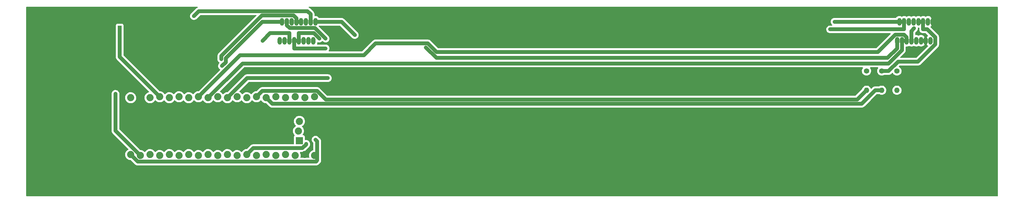
<source format=gbr>
%TF.GenerationSoftware,KiCad,Pcbnew,6.0.10-86aedd382b~118~ubuntu22.04.1*%
%TF.CreationDate,2023-01-16T13:23:36+01:00*%
%TF.ProjectId,tandberg-usb,74616e64-6265-4726-972d-7573622e6b69,rev?*%
%TF.SameCoordinates,Original*%
%TF.FileFunction,Copper,L1,Top*%
%TF.FilePolarity,Positive*%
%FSLAX46Y46*%
G04 Gerber Fmt 4.6, Leading zero omitted, Abs format (unit mm)*
G04 Created by KiCad (PCBNEW 6.0.10-86aedd382b~118~ubuntu22.04.1) date 2023-01-16 13:23:36*
%MOMM*%
%LPD*%
G01*
G04 APERTURE LIST*
%TA.AperFunction,ComponentPad*%
%ADD10C,7.500000*%
%TD*%
%TA.AperFunction,ComponentPad*%
%ADD11R,1.000000X1.000000*%
%TD*%
%TA.AperFunction,ComponentPad*%
%ADD12O,1.150000X2.000000*%
%TD*%
%TA.AperFunction,ComponentPad*%
%ADD13C,1.400000*%
%TD*%
%TA.AperFunction,ComponentPad*%
%ADD14O,1.400000X1.400000*%
%TD*%
%TA.AperFunction,ComponentPad*%
%ADD15C,1.879600*%
%TD*%
%TA.AperFunction,ComponentPad*%
%ADD16R,1.879600X1.879600*%
%TD*%
%TA.AperFunction,ViaPad*%
%ADD17C,0.800000*%
%TD*%
%TA.AperFunction,Conductor*%
%ADD18C,1.000000*%
%TD*%
G04 APERTURE END LIST*
D10*
%TO.P,H1,1,1*%
%TO.N,GNDL*%
X187000000Y-30000000D03*
%TD*%
D11*
%TO.P,J3,1,Pin_1*%
%TO.N,Net-(J3-Pad1)*%
X46000000Y-30000000D03*
%TD*%
D12*
%TO.P,J1,1,Pin_1*%
%TO.N,GNDL*%
X259375000Y-28500000D03*
%TO.P,J1,2,Pin_2*%
%TO.N,Net-(J1-Pad2)*%
X258125000Y-28500000D03*
%TO.P,J1,3,Pin_3*%
%TO.N,Net-(J1-Pad3)*%
X256875000Y-28500000D03*
%TO.P,J1,4,Pin_4*%
%TO.N,unconnected-(J1-Pad4)*%
X255625000Y-28500000D03*
%TO.P,J1,5,Pin_5*%
%TO.N,unconnected-(J1-Pad5)*%
X254375000Y-28500000D03*
%TO.P,J1,6,Pin_6*%
%TO.N,COL1*%
X253125000Y-28500000D03*
%TO.P,J1,7,Pin_7*%
%TO.N,COL2*%
X251875000Y-28500000D03*
%TO.P,J1,8,Pin_8*%
%TO.N,COL3*%
X250625000Y-28500000D03*
%TO.P,J1,9,Pin_9*%
%TO.N,COL4*%
X250050000Y-33500000D03*
%TO.P,J1,10,Pin_10*%
%TO.N,COL5*%
X251300000Y-33500000D03*
%TO.P,J1,11,Pin_11*%
%TO.N,COL6*%
X252550000Y-33500000D03*
%TO.P,J1,12,Pin_12*%
%TO.N,COL7*%
X253800000Y-33500000D03*
%TO.P,J1,13,Pin_13*%
%TO.N,COL8*%
X255050000Y-33500000D03*
%TO.P,J1,14,Pin_14*%
%TO.N,Net-(J1-Pad14)*%
X256300000Y-33500000D03*
%TO.P,J1,15,Pin_15*%
%TO.N,GNDL*%
X257550000Y-33500000D03*
%TO.P,J1,16,Pin_16*%
%TO.N,unconnected-(J1-Pad16)*%
X258800000Y-33500000D03*
%TD*%
D10*
%TO.P,H3,1,1*%
%TO.N,GNDL*%
X270000000Y-69000000D03*
%TD*%
D13*
%TO.P,R3,1*%
%TO.N,Net-(J1-Pad14)*%
X250000000Y-41460000D03*
D14*
%TO.P,R3,2*%
%TO.N,LED3*%
X250000000Y-46540000D03*
%TD*%
D10*
%TO.P,H4,1,1*%
%TO.N,GNDL*%
X27000000Y-68000000D03*
%TD*%
D13*
%TO.P,R2,1*%
%TO.N,Net-(J1-Pad3)*%
X246000000Y-41460000D03*
D14*
%TO.P,R2,2*%
%TO.N,LED2*%
X246000000Y-46540000D03*
%TD*%
D13*
%TO.P,R1,1*%
%TO.N,Net-(J1-Pad2)*%
X242000000Y-41460000D03*
D14*
%TO.P,R1,2*%
%TO.N,LED1*%
X242000000Y-46540000D03*
%TD*%
D15*
%TO.P,U1,1,PB12*%
%TO.N,ROW1*%
X48900000Y-63493000D03*
%TO.P,U1,2,PB13*%
%TO.N,ROW2*%
X51440000Y-63747000D03*
%TO.P,U1,3,PB14*%
%TO.N,ROW3*%
X53980000Y-63493000D03*
%TO.P,U1,4,PB15*%
%TO.N,ROW4*%
X56520000Y-63747000D03*
%TO.P,U1,5,PA8*%
%TO.N,COL7*%
X59060000Y-63493000D03*
%TO.P,U1,6,PA9*%
%TO.N,unconnected-(U1-Pad6)*%
X61600000Y-63747000D03*
%TO.P,U1,7,PA10*%
%TO.N,unconnected-(U1-Pad7)*%
X64140000Y-63493000D03*
%TO.P,U1,8,PA11*%
%TO.N,unconnected-(U1-Pad8)*%
X66680000Y-63747000D03*
%TO.P,U1,9,PA12*%
%TO.N,unconnected-(U1-Pad9)*%
X69220000Y-63493000D03*
%TO.P,U1,10,PA15*%
%TO.N,COL8*%
X71760000Y-63747000D03*
%TO.P,U1,11,PB3*%
%TO.N,ROW16*%
X74300000Y-63493000D03*
%TO.P,U1,12,PB4*%
%TO.N,LED3*%
X76840000Y-63747000D03*
%TO.P,U1,13,PB5*%
%TO.N,ROW15*%
X79380000Y-63493000D03*
%TO.P,U1,14,PB6*%
%TO.N,COL1*%
X81920000Y-63747000D03*
%TO.P,U1,15,PB7*%
%TO.N,COL2*%
X84460000Y-63493000D03*
%TO.P,U1,16,PB8*%
%TO.N,COL3*%
X87000000Y-63747000D03*
%TO.P,U1,17,PB9*%
%TO.N,COL4*%
X89540000Y-63493000D03*
%TO.P,U1,18,5V*%
%TO.N,unconnected-(U1-Pad18)*%
X92080000Y-63747000D03*
%TO.P,U1,19,GND*%
%TO.N,GNDL*%
X94620000Y-63493000D03*
%TO.P,U1,20,3V3*%
%TO.N,unconnected-(U1-Pad20)*%
X97160000Y-63747000D03*
%TO.P,U1,21,VBAT*%
%TO.N,unconnected-(U1-Pad21)*%
X97160000Y-48253000D03*
%TO.P,U1,22,PC13*%
%TO.N,ROW12*%
X94620000Y-48507000D03*
%TO.P,U1,23,PC14*%
%TO.N,ROW13*%
X92080000Y-48253000D03*
%TO.P,U1,24,PC15*%
%TO.N,ROW14*%
X89540000Y-48507000D03*
%TO.P,U1,25,~{RESET}*%
%TO.N,unconnected-(U1-Pad25)*%
X87000000Y-48253000D03*
%TO.P,U1,26,PA0*%
%TO.N,LED2*%
X84460000Y-48507000D03*
%TO.P,U1,27,PA1*%
%TO.N,LED1*%
X81920000Y-48253000D03*
%TO.P,U1,28,PA2*%
%TO.N,ROW5*%
X79380000Y-48507000D03*
%TO.P,U1,29,PA3*%
%TO.N,ROW6*%
X76840000Y-48253000D03*
%TO.P,U1,30,PA4*%
%TO.N,ROW7*%
X74300000Y-48507000D03*
%TO.P,U1,31,PA5*%
%TO.N,ROW8*%
X71760000Y-48253000D03*
%TO.P,U1,32,PA6*%
%TO.N,COL5*%
X69220000Y-48507000D03*
%TO.P,U1,33,PA7*%
%TO.N,COL6*%
X66680000Y-48253000D03*
%TO.P,U1,34,PB0*%
%TO.N,ROW9*%
X64140000Y-48507000D03*
%TO.P,U1,35,PB1*%
%TO.N,ROW10*%
X61600000Y-48253000D03*
%TO.P,U1,36,PB2*%
%TO.N,ROW11*%
X59060000Y-48507000D03*
%TO.P,U1,37,PB10*%
%TO.N,Net-(J3-Pad1)*%
X56520000Y-48253000D03*
%TO.P,U1,38,3V3*%
%TO.N,unconnected-(U1-Pad38)*%
X53980000Y-48507000D03*
%TO.P,U1,39,GND*%
%TO.N,GNDL*%
X51440000Y-48253000D03*
%TO.P,U1,40,5V*%
%TO.N,unconnected-(U1-Pad40)*%
X48900000Y-48507000D03*
D16*
%TO.P,U1,41,3.3V*%
%TO.N,unconnected-(U1-Pad41)*%
X93177000Y-59810000D03*
D15*
%TO.P,U1,42,SWDIO*%
%TO.N,unconnected-(U1-Pad42)*%
X92923000Y-57270000D03*
%TO.P,U1,43,SWSCK*%
%TO.N,unconnected-(U1-Pad43)*%
X93177000Y-54730000D03*
%TO.P,U1,44,GND*%
%TO.N,GNDL*%
X92923000Y-52190000D03*
%TD*%
D10*
%TO.P,H2,1,1*%
%TO.N,GNDL*%
X27000000Y-31000000D03*
%TD*%
D12*
%TO.P,J2,1,Pin_1*%
%TO.N,ROW1*%
X97375000Y-28500000D03*
%TO.P,J2,2,Pin_2*%
%TO.N,ROW2*%
X96125000Y-28500000D03*
%TO.P,J2,3,Pin_3*%
%TO.N,ROW3*%
X94875000Y-28500000D03*
%TO.P,J2,4,Pin_4*%
%TO.N,ROW4*%
X93625000Y-28500000D03*
%TO.P,J2,5,Pin_5*%
%TO.N,ROW5*%
X92375000Y-28500000D03*
%TO.P,J2,6,Pin_6*%
%TO.N,ROW6*%
X91125000Y-28500000D03*
%TO.P,J2,7,Pin_7*%
%TO.N,ROW7*%
X89875000Y-28500000D03*
%TO.P,J2,8,Pin_8*%
%TO.N,ROW8*%
X88625000Y-28500000D03*
%TO.P,J2,9,Pin_9*%
%TO.N,ROW9*%
X88050000Y-33500000D03*
%TO.P,J2,10,Pin_10*%
%TO.N,ROW10*%
X89300000Y-33500000D03*
%TO.P,J2,11,Pin_11*%
%TO.N,ROW11*%
X90550000Y-33500000D03*
%TO.P,J2,12,Pin_12*%
%TO.N,ROW12*%
X91800000Y-33500000D03*
%TO.P,J2,13,Pin_13*%
%TO.N,ROW13*%
X93050000Y-33500000D03*
%TO.P,J2,14,Pin_14*%
%TO.N,ROW14*%
X94300000Y-33500000D03*
%TO.P,J2,15,Pin_15*%
%TO.N,ROW15*%
X95550000Y-33500000D03*
%TO.P,J2,16,Pin_16*%
%TO.N,ROW16*%
X96800000Y-33500000D03*
%TD*%
D17*
%TO.N,GNDL*%
X74000000Y-46500000D03*
X96000000Y-41500000D03*
X175500000Y-60000000D03*
X54500000Y-33500000D03*
X86500000Y-41500000D03*
X72500000Y-32000000D03*
X99500000Y-45500000D03*
%TO.N,COL2*%
X232468400Y-30500000D03*
%TO.N,COL3*%
X233630000Y-28500000D03*
%TO.N,COL4*%
X126404700Y-35279700D03*
%TO.N,COL7*%
X254505900Y-30250000D03*
%TO.N,ROW1*%
X97432600Y-59550700D03*
X107713300Y-31984800D03*
%TO.N,ROW2*%
X44900000Y-47500000D03*
X65500000Y-27000000D03*
%TO.N,ROW5*%
X72707900Y-38345700D03*
%TO.N,ROW7*%
X100053400Y-32919300D03*
X100634200Y-43356800D03*
%TO.N,ROW8*%
X72872700Y-40136900D03*
%TO.N,ROW11*%
X83500000Y-33500000D03*
%TO.N,ROW12*%
X100060300Y-35500000D03*
%TO.N,ROW13*%
X98410700Y-32919300D03*
%TO.N,ROW15*%
X94953600Y-60700800D03*
%TD*%
D18*
%TO.N,Net-(J1-Pad3)*%
X257967100Y-30500000D02*
X256875000Y-30500000D01*
X250288300Y-38991500D02*
X255508300Y-38991500D01*
X256875000Y-28500000D02*
X256875000Y-30500000D01*
X247819800Y-41460000D02*
X250288300Y-38991500D01*
X260025300Y-32558200D02*
X257967100Y-30500000D01*
X255508300Y-38991500D02*
X260025300Y-34474500D01*
X246000000Y-41460000D02*
X247819800Y-41460000D01*
X260025300Y-34474500D02*
X260025300Y-32558200D01*
%TO.N,COL2*%
X251875000Y-30500000D02*
X232468400Y-30500000D01*
X251875000Y-28500000D02*
X251875000Y-30500000D01*
%TO.N,COL3*%
X250625000Y-28500000D02*
X233630000Y-28500000D01*
%TO.N,COL4*%
X247550000Y-38000000D02*
X129125000Y-38000000D01*
X129125000Y-38000000D02*
X126404700Y-35279700D01*
X250050000Y-35500000D02*
X247550000Y-38000000D01*
X250050000Y-33500000D02*
X250050000Y-35500000D01*
%TO.N,COL5*%
X78240500Y-39486500D02*
X69220000Y-48507000D01*
X247748500Y-39486500D02*
X78240500Y-39486500D01*
X251300000Y-33500000D02*
X251300000Y-35935000D01*
X251300000Y-35935000D02*
X247748500Y-39486500D01*
%TO.N,COL6*%
X77642400Y-37290600D02*
X66680000Y-48253000D01*
X251878300Y-31900000D02*
X249563299Y-31900000D01*
X244963299Y-36500000D02*
X129180634Y-36500000D01*
X126860334Y-34179700D02*
X113193600Y-34179700D01*
X252550000Y-33500000D02*
X252550000Y-32571700D01*
X129180634Y-36500000D02*
X126860334Y-34179700D01*
X249563299Y-31900000D02*
X244963299Y-36500000D01*
X110082700Y-37290600D02*
X77642400Y-37290600D01*
X252550000Y-32571700D02*
X251878300Y-31900000D01*
X113193600Y-34179700D02*
X110082700Y-37290600D01*
%TO.N,COL7*%
X253800000Y-33500000D02*
X253800000Y-30955900D01*
X253800000Y-30955900D02*
X254505900Y-30250000D01*
%TO.N,ROW1*%
X97375000Y-28500000D02*
X104228500Y-28500000D01*
X50744000Y-65337000D02*
X48900000Y-63493000D01*
X97432600Y-59550700D02*
X97860400Y-59978500D01*
X97567600Y-65337000D02*
X50744000Y-65337000D01*
X97860400Y-59978500D02*
X97860400Y-65044200D01*
X104228500Y-28500000D02*
X107713300Y-31984800D01*
X97860400Y-65044200D02*
X97567600Y-65337000D01*
%TO.N,ROW2*%
X44900000Y-57207000D02*
X51440000Y-63747000D01*
X65500000Y-27000000D02*
X66804200Y-25695800D01*
X66804200Y-25695800D02*
X95320800Y-25695800D01*
X44900000Y-47500000D02*
X44900000Y-57207000D01*
X95320800Y-25695800D02*
X96125000Y-26500000D01*
X96125000Y-26500000D02*
X96125000Y-28500000D01*
%TO.N,ROW5*%
X83357200Y-26849800D02*
X72707900Y-37499100D01*
X72707900Y-37499100D02*
X72707900Y-38345700D01*
X91671000Y-26849800D02*
X83357200Y-26849800D01*
X92375000Y-27553800D02*
X91671000Y-26849800D01*
X92375000Y-28500000D02*
X92375000Y-27553800D01*
%TO.N,ROW7*%
X89875000Y-28500000D02*
X89875000Y-29428200D01*
X97284300Y-30150200D02*
X100053400Y-32919300D01*
X100634200Y-43356800D02*
X79450200Y-43356800D01*
X89875000Y-29428200D02*
X90597000Y-30150200D01*
X90597000Y-30150200D02*
X97284300Y-30150200D01*
X79450200Y-43356800D02*
X74300000Y-48507000D01*
%TO.N,ROW8*%
X73858000Y-39151600D02*
X73858000Y-38042200D01*
X73858000Y-38042200D02*
X83400200Y-28500000D01*
X72872700Y-40136900D02*
X73858000Y-39151600D01*
X83400200Y-28500000D02*
X88625000Y-28500000D01*
%TO.N,ROW11*%
X85500000Y-31500000D02*
X90550000Y-31500000D01*
X90550000Y-31500000D02*
X90550000Y-33500000D01*
X83500000Y-33500000D02*
X85500000Y-31500000D01*
%TO.N,ROW12*%
X91800000Y-35500000D02*
X100060300Y-35500000D01*
X91800000Y-33500000D02*
X91800000Y-35500000D01*
%TO.N,ROW13*%
X93050000Y-33500000D02*
X93050000Y-31500000D01*
X96991400Y-31500000D02*
X98410700Y-32919300D01*
X93050000Y-31500000D02*
X96991400Y-31500000D01*
%TO.N,ROW15*%
X94953600Y-60700800D02*
X94953600Y-60832400D01*
X93969900Y-61816100D02*
X81056900Y-61816100D01*
X81056900Y-61816100D02*
X79380000Y-63493000D01*
X94953600Y-60832400D02*
X93969900Y-61816100D01*
%TO.N,LED1*%
X83459800Y-46713200D02*
X81920000Y-48253000D01*
X239543000Y-48997000D02*
X100081607Y-48997000D01*
X97797807Y-46713200D02*
X83459800Y-46713200D01*
X100081607Y-48997000D02*
X97797807Y-46713200D01*
X242000000Y-46540000D02*
X239543000Y-48997000D01*
%TO.N,LED2*%
X244300000Y-46540000D02*
X240743000Y-50097000D01*
X240743000Y-50097000D02*
X86050000Y-50097000D01*
X246000000Y-46540000D02*
X244300000Y-46540000D01*
X86050000Y-50097000D02*
X84460000Y-48507000D01*
%TO.N,Net-(J3-Pad1)*%
X46000000Y-30000000D02*
X46000000Y-37733000D01*
X46000000Y-37733000D02*
X56520000Y-48253000D01*
%TD*%
%TA.AperFunction,Conductor*%
%TO.N,GNDL*%
G36*
X66459316Y-24528502D02*
G01*
X66505809Y-24582158D01*
X66515913Y-24652432D01*
X66486419Y-24717012D01*
X66437981Y-24751492D01*
X66433781Y-24753172D01*
X66427863Y-24754891D01*
X66423129Y-24757345D01*
X66418031Y-24758884D01*
X66412587Y-24761778D01*
X66412586Y-24761779D01*
X66336031Y-24802484D01*
X66334863Y-24803098D01*
X66252274Y-24845908D01*
X66248111Y-24849231D01*
X66243404Y-24851734D01*
X66171282Y-24910555D01*
X66170426Y-24911246D01*
X66131227Y-24942538D01*
X66128723Y-24945042D01*
X66128005Y-24945684D01*
X66123672Y-24949385D01*
X66090138Y-24976735D01*
X66086211Y-24981482D01*
X66086209Y-24981484D01*
X66060913Y-25012062D01*
X66052923Y-25020842D01*
X64751691Y-26322075D01*
X64657897Y-26436261D01*
X64564438Y-26610563D01*
X64562636Y-26616458D01*
X64513260Y-26777958D01*
X64506613Y-26799698D01*
X64505990Y-26805833D01*
X64487499Y-26987871D01*
X64486626Y-26996462D01*
X64492095Y-27054314D01*
X64504648Y-27187107D01*
X64505239Y-27193362D01*
X64561741Y-27382896D01*
X64653982Y-27557846D01*
X64657858Y-27562632D01*
X64657859Y-27562634D01*
X64774568Y-27706757D01*
X64778447Y-27711547D01*
X64809576Y-27737483D01*
X64873780Y-27790975D01*
X64930396Y-27838146D01*
X65104041Y-27932822D01*
X65198404Y-27962393D01*
X65286886Y-27990122D01*
X65286889Y-27990123D01*
X65292768Y-27991965D01*
X65298891Y-27992630D01*
X65298895Y-27992631D01*
X65483263Y-28012659D01*
X65483267Y-28012659D01*
X65489388Y-28013324D01*
X65686413Y-27996087D01*
X65692330Y-27994368D01*
X65692335Y-27994367D01*
X65823064Y-27956386D01*
X65876336Y-27940909D01*
X66051926Y-27849892D01*
X66086037Y-27822662D01*
X66170223Y-27755458D01*
X66170230Y-27755451D01*
X66172973Y-27753262D01*
X67185029Y-26741205D01*
X67247341Y-26707180D01*
X67274124Y-26704300D01*
X81772276Y-26704300D01*
X81840397Y-26724302D01*
X81886890Y-26777958D01*
X81896994Y-26848232D01*
X81867500Y-26912812D01*
X81861371Y-26919395D01*
X72038521Y-36742245D01*
X72028378Y-36751347D01*
X71998875Y-36775068D01*
X71966609Y-36813521D01*
X71963428Y-36817169D01*
X71961785Y-36818981D01*
X71959591Y-36821175D01*
X71932258Y-36854449D01*
X71931596Y-36855247D01*
X71871746Y-36926574D01*
X71869178Y-36931244D01*
X71865797Y-36935361D01*
X71855484Y-36954595D01*
X71821923Y-37017186D01*
X71821294Y-37018345D01*
X71779438Y-37094481D01*
X71779435Y-37094489D01*
X71776467Y-37099887D01*
X71774855Y-37104969D01*
X71772338Y-37109663D01*
X71745138Y-37198631D01*
X71744818Y-37199659D01*
X71716665Y-37288406D01*
X71716071Y-37293702D01*
X71714513Y-37298798D01*
X71709092Y-37352171D01*
X71705118Y-37391287D01*
X71704989Y-37392493D01*
X71699400Y-37442327D01*
X71699400Y-37445854D01*
X71699345Y-37446839D01*
X71698898Y-37452519D01*
X71694526Y-37495562D01*
X71695106Y-37501693D01*
X71698841Y-37541209D01*
X71699400Y-37553067D01*
X71699400Y-38395469D01*
X71699700Y-38398525D01*
X71699700Y-38398532D01*
X71700270Y-38404342D01*
X71713820Y-38542533D01*
X71770984Y-38731869D01*
X71863834Y-38906496D01*
X71934191Y-38992762D01*
X71984940Y-39054987D01*
X71984943Y-39054990D01*
X71988835Y-39059762D01*
X71993582Y-39063689D01*
X71993584Y-39063691D01*
X72136475Y-39181901D01*
X72136479Y-39181903D01*
X72141225Y-39185830D01*
X72146645Y-39188760D01*
X72146650Y-39188764D01*
X72158891Y-39195383D01*
X72209298Y-39245379D01*
X72224674Y-39314691D01*
X72200136Y-39381312D01*
X72188054Y-39395312D01*
X72124391Y-39458975D01*
X72030597Y-39573161D01*
X71937138Y-39747463D01*
X71908583Y-39840862D01*
X71881344Y-39929956D01*
X71879313Y-39936598D01*
X71859326Y-40133362D01*
X71877939Y-40330262D01*
X71934441Y-40519796D01*
X72026682Y-40694746D01*
X72151147Y-40848447D01*
X72303096Y-40975046D01*
X72308508Y-40977997D01*
X72313600Y-40981457D01*
X72311943Y-40983895D01*
X72353316Y-41025088D01*
X72368559Y-41094429D01*
X72343894Y-41161004D01*
X72331956Y-41174810D01*
X66739528Y-46767238D01*
X66677216Y-46801264D01*
X66648895Y-46804134D01*
X66583795Y-46803339D01*
X66583793Y-46803339D01*
X66578625Y-46803276D01*
X66343209Y-46839300D01*
X66116838Y-46913289D01*
X65905590Y-47023258D01*
X65901457Y-47026361D01*
X65901454Y-47026363D01*
X65719275Y-47163147D01*
X65715140Y-47166252D01*
X65550602Y-47338431D01*
X65547688Y-47342703D01*
X65547687Y-47342704D01*
X65419559Y-47530532D01*
X65364648Y-47575535D01*
X65294123Y-47583706D01*
X65230376Y-47552452D01*
X65222287Y-47544337D01*
X65139462Y-47453313D01*
X65134602Y-47447972D01*
X65134600Y-47447970D01*
X65131124Y-47444150D01*
X65127073Y-47440951D01*
X65127069Y-47440947D01*
X64948278Y-47299747D01*
X64948273Y-47299744D01*
X64944224Y-47296546D01*
X64939708Y-47294053D01*
X64939705Y-47294051D01*
X64740250Y-47183946D01*
X64740246Y-47183944D01*
X64735726Y-47181449D01*
X64730857Y-47179725D01*
X64730853Y-47179723D01*
X64516105Y-47103676D01*
X64516101Y-47103675D01*
X64511230Y-47101950D01*
X64506140Y-47101043D01*
X64506135Y-47101042D01*
X64378814Y-47078364D01*
X64276764Y-47060186D01*
X64187637Y-47059097D01*
X64043795Y-47057339D01*
X64043793Y-47057339D01*
X64038625Y-47057276D01*
X63803209Y-47093300D01*
X63576838Y-47167289D01*
X63365590Y-47277258D01*
X63361457Y-47280361D01*
X63361454Y-47280363D01*
X63241214Y-47370642D01*
X63175140Y-47420252D01*
X63146492Y-47450231D01*
X63053502Y-47547539D01*
X62991978Y-47582969D01*
X62921065Y-47579512D01*
X62863279Y-47538266D01*
X62856616Y-47528928D01*
X62820086Y-47472460D01*
X62751406Y-47366298D01*
X62712619Y-47323671D01*
X62681349Y-47289306D01*
X62591124Y-47190150D01*
X62587073Y-47186951D01*
X62587069Y-47186947D01*
X62408278Y-47045747D01*
X62408273Y-47045744D01*
X62404224Y-47042546D01*
X62399708Y-47040053D01*
X62399705Y-47040051D01*
X62200250Y-46929946D01*
X62200246Y-46929944D01*
X62195726Y-46927449D01*
X62190857Y-46925725D01*
X62190853Y-46925723D01*
X61976105Y-46849676D01*
X61976101Y-46849675D01*
X61971230Y-46847950D01*
X61966140Y-46847043D01*
X61966135Y-46847042D01*
X61838814Y-46824364D01*
X61736764Y-46806186D01*
X61647637Y-46805097D01*
X61503795Y-46803339D01*
X61503793Y-46803339D01*
X61498625Y-46803276D01*
X61263209Y-46839300D01*
X61036838Y-46913289D01*
X60825590Y-47023258D01*
X60821457Y-47026361D01*
X60821454Y-47026363D01*
X60639275Y-47163147D01*
X60635140Y-47166252D01*
X60470602Y-47338431D01*
X60467688Y-47342703D01*
X60467687Y-47342704D01*
X60339559Y-47530532D01*
X60284648Y-47575535D01*
X60214123Y-47583706D01*
X60150376Y-47552452D01*
X60142287Y-47544337D01*
X60059462Y-47453313D01*
X60054602Y-47447972D01*
X60054600Y-47447970D01*
X60051124Y-47444150D01*
X60047073Y-47440951D01*
X60047069Y-47440947D01*
X59868278Y-47299747D01*
X59868273Y-47299744D01*
X59864224Y-47296546D01*
X59859708Y-47294053D01*
X59859705Y-47294051D01*
X59660250Y-47183946D01*
X59660246Y-47183944D01*
X59655726Y-47181449D01*
X59650857Y-47179725D01*
X59650853Y-47179723D01*
X59436105Y-47103676D01*
X59436101Y-47103675D01*
X59431230Y-47101950D01*
X59426140Y-47101043D01*
X59426135Y-47101042D01*
X59298814Y-47078364D01*
X59196764Y-47060186D01*
X59107637Y-47059097D01*
X58963795Y-47057339D01*
X58963793Y-47057339D01*
X58958625Y-47057276D01*
X58723209Y-47093300D01*
X58496838Y-47167289D01*
X58285590Y-47277258D01*
X58281457Y-47280361D01*
X58281454Y-47280363D01*
X58161214Y-47370642D01*
X58095140Y-47420252D01*
X58066492Y-47450231D01*
X57973502Y-47547539D01*
X57911978Y-47582969D01*
X57841065Y-47579512D01*
X57783279Y-47538266D01*
X57776616Y-47528928D01*
X57740086Y-47472460D01*
X57671406Y-47366298D01*
X57632619Y-47323671D01*
X57601349Y-47289306D01*
X57511124Y-47190150D01*
X57507073Y-47186951D01*
X57507069Y-47186947D01*
X57328278Y-47045747D01*
X57328273Y-47045744D01*
X57324224Y-47042546D01*
X57319708Y-47040053D01*
X57319705Y-47040051D01*
X57120250Y-46929946D01*
X57120246Y-46929944D01*
X57115726Y-46927449D01*
X57110857Y-46925725D01*
X57110853Y-46925723D01*
X56896105Y-46849676D01*
X56896101Y-46849675D01*
X56891230Y-46847950D01*
X56886140Y-46847043D01*
X56886135Y-46847042D01*
X56661853Y-46807092D01*
X56661847Y-46807091D01*
X56656764Y-46806186D01*
X56548760Y-46804867D01*
X56480890Y-46784034D01*
X56461205Y-46767971D01*
X47045405Y-37352171D01*
X47011379Y-37289859D01*
X47008500Y-37263076D01*
X47008500Y-29451866D01*
X47001745Y-29389684D01*
X46950615Y-29253295D01*
X46863261Y-29136739D01*
X46746705Y-29049385D01*
X46610316Y-28998255D01*
X46548134Y-28991500D01*
X46059873Y-28991500D01*
X46046703Y-28990810D01*
X46013204Y-28987289D01*
X46013202Y-28987289D01*
X46007075Y-28986645D01*
X45961309Y-28990810D01*
X45959430Y-28990981D01*
X45948010Y-28991500D01*
X45451866Y-28991500D01*
X45389684Y-28998255D01*
X45253295Y-29049385D01*
X45136739Y-29136739D01*
X45049385Y-29253295D01*
X44998255Y-29389684D01*
X44991500Y-29451866D01*
X44991500Y-37671157D01*
X44990763Y-37684764D01*
X44986676Y-37722388D01*
X44987213Y-37728523D01*
X44991050Y-37772388D01*
X44991379Y-37777214D01*
X44991500Y-37779686D01*
X44991500Y-37782769D01*
X44991801Y-37785837D01*
X44995690Y-37825506D01*
X44995812Y-37826819D01*
X45003913Y-37919413D01*
X45005400Y-37924532D01*
X45005920Y-37929833D01*
X45032791Y-38018834D01*
X45033126Y-38019967D01*
X45049376Y-38075896D01*
X45059091Y-38109336D01*
X45061544Y-38114068D01*
X45063084Y-38119169D01*
X45065978Y-38124612D01*
X45106731Y-38201260D01*
X45107343Y-38202426D01*
X45135961Y-38257635D01*
X45150108Y-38284926D01*
X45153431Y-38289089D01*
X45155934Y-38293796D01*
X45214755Y-38365918D01*
X45215446Y-38366774D01*
X45246738Y-38405973D01*
X45249242Y-38408477D01*
X45249884Y-38409195D01*
X45253585Y-38413528D01*
X45280935Y-38447062D01*
X45285682Y-38450989D01*
X45285684Y-38450991D01*
X45316262Y-38476287D01*
X45325042Y-38484277D01*
X49522619Y-42681853D01*
X53719469Y-46878703D01*
X53753495Y-46941015D01*
X53748430Y-47011830D01*
X53705883Y-47068666D01*
X53653215Y-47090759D01*
X53653349Y-47091320D01*
X53649945Y-47092131D01*
X53649426Y-47092349D01*
X53643209Y-47093300D01*
X53416838Y-47167289D01*
X53205590Y-47277258D01*
X53201457Y-47280361D01*
X53201454Y-47280363D01*
X53081214Y-47370642D01*
X53015140Y-47420252D01*
X52988650Y-47447972D01*
X52870809Y-47571286D01*
X52850602Y-47592431D01*
X52716394Y-47789172D01*
X52714215Y-47793867D01*
X52623870Y-47988500D01*
X52616122Y-48005191D01*
X52552477Y-48234685D01*
X52551928Y-48239819D01*
X52551928Y-48239821D01*
X52546449Y-48291089D01*
X52527170Y-48471494D01*
X52527467Y-48476646D01*
X52527467Y-48476650D01*
X52533502Y-48581313D01*
X52540879Y-48709255D01*
X52542016Y-48714301D01*
X52542017Y-48714307D01*
X52575111Y-48861156D01*
X52593237Y-48941585D01*
X52595179Y-48946367D01*
X52595180Y-48946371D01*
X52642159Y-49062066D01*
X52682837Y-49162244D01*
X52761933Y-49291317D01*
X52804572Y-49360896D01*
X52807274Y-49365306D01*
X52963204Y-49545317D01*
X53146442Y-49697444D01*
X53150894Y-49700046D01*
X53150899Y-49700049D01*
X53249333Y-49757569D01*
X53352065Y-49817601D01*
X53574552Y-49902560D01*
X53579618Y-49903591D01*
X53579619Y-49903591D01*
X53633956Y-49914646D01*
X53807928Y-49950041D01*
X53942121Y-49954962D01*
X54040760Y-49958579D01*
X54040764Y-49958579D01*
X54045924Y-49958768D01*
X54051044Y-49958112D01*
X54051046Y-49958112D01*
X54277023Y-49929164D01*
X54277024Y-49929164D01*
X54282151Y-49928507D01*
X54365200Y-49903591D01*
X54505316Y-49861554D01*
X54505317Y-49861553D01*
X54510262Y-49860070D01*
X54724133Y-49755295D01*
X54728336Y-49752297D01*
X54728341Y-49752294D01*
X54913816Y-49619996D01*
X54913818Y-49619994D01*
X54918020Y-49616997D01*
X55086716Y-49448889D01*
X55225690Y-49255486D01*
X55231204Y-49244328D01*
X55279317Y-49192123D01*
X55348018Y-49174215D01*
X55415494Y-49196293D01*
X55439398Y-49217658D01*
X55499818Y-49287409D01*
X55499823Y-49287414D01*
X55503204Y-49291317D01*
X55686442Y-49443444D01*
X55690894Y-49446046D01*
X55690899Y-49446049D01*
X55887607Y-49560996D01*
X55892065Y-49563601D01*
X56114552Y-49648560D01*
X56119618Y-49649591D01*
X56119619Y-49649591D01*
X56173956Y-49660646D01*
X56347928Y-49696041D01*
X56482121Y-49700962D01*
X56580760Y-49704579D01*
X56580764Y-49704579D01*
X56585924Y-49704768D01*
X56591044Y-49704112D01*
X56591046Y-49704112D01*
X56817023Y-49675164D01*
X56817024Y-49675164D01*
X56822151Y-49674507D01*
X56905200Y-49649591D01*
X57045316Y-49607554D01*
X57045317Y-49607553D01*
X57050262Y-49606070D01*
X57264133Y-49501295D01*
X57268336Y-49498297D01*
X57268341Y-49498294D01*
X57453816Y-49365996D01*
X57453818Y-49365994D01*
X57458020Y-49362997D01*
X57610637Y-49210912D01*
X57673009Y-49176996D01*
X57743816Y-49182184D01*
X57800577Y-49224830D01*
X57807009Y-49234328D01*
X57884571Y-49360896D01*
X57884574Y-49360901D01*
X57887274Y-49365306D01*
X58043204Y-49545317D01*
X58226442Y-49697444D01*
X58230894Y-49700046D01*
X58230899Y-49700049D01*
X58329333Y-49757569D01*
X58432065Y-49817601D01*
X58654552Y-49902560D01*
X58659618Y-49903591D01*
X58659619Y-49903591D01*
X58713956Y-49914646D01*
X58887928Y-49950041D01*
X59022121Y-49954962D01*
X59120760Y-49958579D01*
X59120764Y-49958579D01*
X59125924Y-49958768D01*
X59131044Y-49958112D01*
X59131046Y-49958112D01*
X59357023Y-49929164D01*
X59357024Y-49929164D01*
X59362151Y-49928507D01*
X59445200Y-49903591D01*
X59585316Y-49861554D01*
X59585317Y-49861553D01*
X59590262Y-49860070D01*
X59804133Y-49755295D01*
X59808336Y-49752297D01*
X59808341Y-49752294D01*
X59993816Y-49619996D01*
X59993818Y-49619994D01*
X59998020Y-49616997D01*
X60166716Y-49448889D01*
X60305690Y-49255486D01*
X60311204Y-49244328D01*
X60359317Y-49192123D01*
X60428018Y-49174215D01*
X60495494Y-49196293D01*
X60519398Y-49217658D01*
X60579818Y-49287409D01*
X60579823Y-49287414D01*
X60583204Y-49291317D01*
X60766442Y-49443444D01*
X60770894Y-49446046D01*
X60770899Y-49446049D01*
X60967607Y-49560996D01*
X60972065Y-49563601D01*
X61194552Y-49648560D01*
X61199618Y-49649591D01*
X61199619Y-49649591D01*
X61253956Y-49660646D01*
X61427928Y-49696041D01*
X61562121Y-49700962D01*
X61660760Y-49704579D01*
X61660764Y-49704579D01*
X61665924Y-49704768D01*
X61671044Y-49704112D01*
X61671046Y-49704112D01*
X61897023Y-49675164D01*
X61897024Y-49675164D01*
X61902151Y-49674507D01*
X61985200Y-49649591D01*
X62125316Y-49607554D01*
X62125317Y-49607553D01*
X62130262Y-49606070D01*
X62344133Y-49501295D01*
X62348336Y-49498297D01*
X62348341Y-49498294D01*
X62533816Y-49365996D01*
X62533818Y-49365994D01*
X62538020Y-49362997D01*
X62690637Y-49210912D01*
X62753009Y-49176996D01*
X62823816Y-49182184D01*
X62880577Y-49224830D01*
X62887009Y-49234328D01*
X62964571Y-49360896D01*
X62964574Y-49360901D01*
X62967274Y-49365306D01*
X63123204Y-49545317D01*
X63306442Y-49697444D01*
X63310894Y-49700046D01*
X63310899Y-49700049D01*
X63409333Y-49757569D01*
X63512065Y-49817601D01*
X63734552Y-49902560D01*
X63739618Y-49903591D01*
X63739619Y-49903591D01*
X63793956Y-49914646D01*
X63967928Y-49950041D01*
X64102121Y-49954962D01*
X64200760Y-49958579D01*
X64200764Y-49958579D01*
X64205924Y-49958768D01*
X64211044Y-49958112D01*
X64211046Y-49958112D01*
X64437023Y-49929164D01*
X64437024Y-49929164D01*
X64442151Y-49928507D01*
X64525200Y-49903591D01*
X64665316Y-49861554D01*
X64665317Y-49861553D01*
X64670262Y-49860070D01*
X64884133Y-49755295D01*
X64888336Y-49752297D01*
X64888341Y-49752294D01*
X65073816Y-49619996D01*
X65073818Y-49619994D01*
X65078020Y-49616997D01*
X65246716Y-49448889D01*
X65385690Y-49255486D01*
X65391204Y-49244328D01*
X65439317Y-49192123D01*
X65508018Y-49174215D01*
X65575494Y-49196293D01*
X65599398Y-49217658D01*
X65659818Y-49287409D01*
X65659823Y-49287414D01*
X65663204Y-49291317D01*
X65846442Y-49443444D01*
X65850894Y-49446046D01*
X65850899Y-49446049D01*
X66047607Y-49560996D01*
X66052065Y-49563601D01*
X66274552Y-49648560D01*
X66279618Y-49649591D01*
X66279619Y-49649591D01*
X66333956Y-49660646D01*
X66507928Y-49696041D01*
X66642121Y-49700962D01*
X66740760Y-49704579D01*
X66740764Y-49704579D01*
X66745924Y-49704768D01*
X66751044Y-49704112D01*
X66751046Y-49704112D01*
X66977023Y-49675164D01*
X66977024Y-49675164D01*
X66982151Y-49674507D01*
X67065200Y-49649591D01*
X67205316Y-49607554D01*
X67205317Y-49607553D01*
X67210262Y-49606070D01*
X67424133Y-49501295D01*
X67428336Y-49498297D01*
X67428341Y-49498294D01*
X67613816Y-49365996D01*
X67613818Y-49365994D01*
X67618020Y-49362997D01*
X67770637Y-49210912D01*
X67833009Y-49176996D01*
X67903816Y-49182184D01*
X67960577Y-49224830D01*
X67967009Y-49234328D01*
X68044571Y-49360896D01*
X68044574Y-49360901D01*
X68047274Y-49365306D01*
X68203204Y-49545317D01*
X68386442Y-49697444D01*
X68390894Y-49700046D01*
X68390899Y-49700049D01*
X68489333Y-49757569D01*
X68592065Y-49817601D01*
X68814552Y-49902560D01*
X68819618Y-49903591D01*
X68819619Y-49903591D01*
X68873956Y-49914646D01*
X69047928Y-49950041D01*
X69182121Y-49954962D01*
X69280760Y-49958579D01*
X69280764Y-49958579D01*
X69285924Y-49958768D01*
X69291044Y-49958112D01*
X69291046Y-49958112D01*
X69517023Y-49929164D01*
X69517024Y-49929164D01*
X69522151Y-49928507D01*
X69605200Y-49903591D01*
X69745316Y-49861554D01*
X69745317Y-49861553D01*
X69750262Y-49860070D01*
X69964133Y-49755295D01*
X69968336Y-49752297D01*
X69968341Y-49752294D01*
X70153816Y-49619996D01*
X70153818Y-49619994D01*
X70158020Y-49616997D01*
X70326716Y-49448889D01*
X70465690Y-49255486D01*
X70471204Y-49244328D01*
X70519317Y-49192123D01*
X70588018Y-49174215D01*
X70655494Y-49196293D01*
X70679398Y-49217658D01*
X70739818Y-49287409D01*
X70739823Y-49287414D01*
X70743204Y-49291317D01*
X70926442Y-49443444D01*
X70930894Y-49446046D01*
X70930899Y-49446049D01*
X71127607Y-49560996D01*
X71132065Y-49563601D01*
X71354552Y-49648560D01*
X71359618Y-49649591D01*
X71359619Y-49649591D01*
X71413956Y-49660646D01*
X71587928Y-49696041D01*
X71722121Y-49700962D01*
X71820760Y-49704579D01*
X71820764Y-49704579D01*
X71825924Y-49704768D01*
X71831044Y-49704112D01*
X71831046Y-49704112D01*
X72057023Y-49675164D01*
X72057024Y-49675164D01*
X72062151Y-49674507D01*
X72145200Y-49649591D01*
X72285316Y-49607554D01*
X72285317Y-49607553D01*
X72290262Y-49606070D01*
X72504133Y-49501295D01*
X72508336Y-49498297D01*
X72508341Y-49498294D01*
X72693816Y-49365996D01*
X72693818Y-49365994D01*
X72698020Y-49362997D01*
X72850637Y-49210912D01*
X72913009Y-49176996D01*
X72983816Y-49182184D01*
X73040577Y-49224830D01*
X73047009Y-49234328D01*
X73124571Y-49360896D01*
X73124574Y-49360901D01*
X73127274Y-49365306D01*
X73283204Y-49545317D01*
X73466442Y-49697444D01*
X73470894Y-49700046D01*
X73470899Y-49700049D01*
X73569333Y-49757569D01*
X73672065Y-49817601D01*
X73894552Y-49902560D01*
X73899618Y-49903591D01*
X73899619Y-49903591D01*
X73953956Y-49914646D01*
X74127928Y-49950041D01*
X74262121Y-49954962D01*
X74360760Y-49958579D01*
X74360764Y-49958579D01*
X74365924Y-49958768D01*
X74371044Y-49958112D01*
X74371046Y-49958112D01*
X74597023Y-49929164D01*
X74597024Y-49929164D01*
X74602151Y-49928507D01*
X74685200Y-49903591D01*
X74825316Y-49861554D01*
X74825317Y-49861553D01*
X74830262Y-49860070D01*
X75044133Y-49755295D01*
X75048336Y-49752297D01*
X75048341Y-49752294D01*
X75233816Y-49619996D01*
X75233818Y-49619994D01*
X75238020Y-49616997D01*
X75406716Y-49448889D01*
X75545690Y-49255486D01*
X75551204Y-49244328D01*
X75599317Y-49192123D01*
X75668018Y-49174215D01*
X75735494Y-49196293D01*
X75759398Y-49217658D01*
X75819818Y-49287409D01*
X75819823Y-49287414D01*
X75823204Y-49291317D01*
X76006442Y-49443444D01*
X76010894Y-49446046D01*
X76010899Y-49446049D01*
X76207607Y-49560996D01*
X76212065Y-49563601D01*
X76434552Y-49648560D01*
X76439618Y-49649591D01*
X76439619Y-49649591D01*
X76493956Y-49660646D01*
X76667928Y-49696041D01*
X76802121Y-49700962D01*
X76900760Y-49704579D01*
X76900764Y-49704579D01*
X76905924Y-49704768D01*
X76911044Y-49704112D01*
X76911046Y-49704112D01*
X77137023Y-49675164D01*
X77137024Y-49675164D01*
X77142151Y-49674507D01*
X77225200Y-49649591D01*
X77365316Y-49607554D01*
X77365317Y-49607553D01*
X77370262Y-49606070D01*
X77584133Y-49501295D01*
X77588336Y-49498297D01*
X77588341Y-49498294D01*
X77773816Y-49365996D01*
X77773818Y-49365994D01*
X77778020Y-49362997D01*
X77930637Y-49210912D01*
X77993009Y-49176996D01*
X78063816Y-49182184D01*
X78120577Y-49224830D01*
X78127009Y-49234328D01*
X78204571Y-49360896D01*
X78204574Y-49360901D01*
X78207274Y-49365306D01*
X78363204Y-49545317D01*
X78546442Y-49697444D01*
X78550894Y-49700046D01*
X78550899Y-49700049D01*
X78649333Y-49757569D01*
X78752065Y-49817601D01*
X78974552Y-49902560D01*
X78979618Y-49903591D01*
X78979619Y-49903591D01*
X79033956Y-49914646D01*
X79207928Y-49950041D01*
X79342121Y-49954962D01*
X79440760Y-49958579D01*
X79440764Y-49958579D01*
X79445924Y-49958768D01*
X79451044Y-49958112D01*
X79451046Y-49958112D01*
X79677023Y-49929164D01*
X79677024Y-49929164D01*
X79682151Y-49928507D01*
X79765200Y-49903591D01*
X79905316Y-49861554D01*
X79905317Y-49861553D01*
X79910262Y-49860070D01*
X80124133Y-49755295D01*
X80128336Y-49752297D01*
X80128341Y-49752294D01*
X80313816Y-49619996D01*
X80313818Y-49619994D01*
X80318020Y-49616997D01*
X80486716Y-49448889D01*
X80625690Y-49255486D01*
X80631204Y-49244328D01*
X80679317Y-49192123D01*
X80748018Y-49174215D01*
X80815494Y-49196293D01*
X80839398Y-49217658D01*
X80899818Y-49287409D01*
X80899823Y-49287414D01*
X80903204Y-49291317D01*
X81086442Y-49443444D01*
X81090894Y-49446046D01*
X81090899Y-49446049D01*
X81287607Y-49560996D01*
X81292065Y-49563601D01*
X81514552Y-49648560D01*
X81519618Y-49649591D01*
X81519619Y-49649591D01*
X81573956Y-49660646D01*
X81747928Y-49696041D01*
X81882121Y-49700962D01*
X81980760Y-49704579D01*
X81980764Y-49704579D01*
X81985924Y-49704768D01*
X81991044Y-49704112D01*
X81991046Y-49704112D01*
X82217023Y-49675164D01*
X82217024Y-49675164D01*
X82222151Y-49674507D01*
X82305200Y-49649591D01*
X82445316Y-49607554D01*
X82445317Y-49607553D01*
X82450262Y-49606070D01*
X82664133Y-49501295D01*
X82668336Y-49498297D01*
X82668341Y-49498294D01*
X82853816Y-49365996D01*
X82853818Y-49365994D01*
X82858020Y-49362997D01*
X83010637Y-49210912D01*
X83073009Y-49176996D01*
X83143816Y-49182184D01*
X83200577Y-49224830D01*
X83207009Y-49234328D01*
X83284571Y-49360896D01*
X83284574Y-49360901D01*
X83287274Y-49365306D01*
X83443204Y-49545317D01*
X83626442Y-49697444D01*
X83630894Y-49700046D01*
X83630899Y-49700049D01*
X83729333Y-49757569D01*
X83832065Y-49817601D01*
X84054552Y-49902560D01*
X84059618Y-49903591D01*
X84059619Y-49903591D01*
X84113956Y-49914646D01*
X84287928Y-49950041D01*
X84392758Y-49953885D01*
X84434524Y-49955417D01*
X84501866Y-49977902D01*
X84519001Y-49992236D01*
X85293149Y-50766383D01*
X85302251Y-50776527D01*
X85325968Y-50806025D01*
X85330696Y-50809992D01*
X85364421Y-50838291D01*
X85368070Y-50841473D01*
X85369883Y-50843117D01*
X85372075Y-50845309D01*
X85405276Y-50872580D01*
X85406164Y-50873318D01*
X85441437Y-50902915D01*
X85472753Y-50929193D01*
X85472756Y-50929195D01*
X85477474Y-50933154D01*
X85482147Y-50935723D01*
X85486262Y-50939103D01*
X85491691Y-50942014D01*
X85491694Y-50942016D01*
X85568180Y-50983028D01*
X85569338Y-50983657D01*
X85645388Y-51025465D01*
X85650787Y-51028433D01*
X85655865Y-51030044D01*
X85660563Y-51032563D01*
X85749498Y-51059753D01*
X85750702Y-51060128D01*
X85839306Y-51088235D01*
X85844597Y-51088828D01*
X85849698Y-51090388D01*
X85942311Y-51099795D01*
X85943431Y-51099915D01*
X85993227Y-51105500D01*
X85996756Y-51105500D01*
X85997739Y-51105555D01*
X86003426Y-51106003D01*
X86023683Y-51108060D01*
X86040336Y-51109752D01*
X86040339Y-51109752D01*
X86046463Y-51110374D01*
X86092112Y-51106059D01*
X86103969Y-51105500D01*
X240681157Y-51105500D01*
X240694764Y-51106237D01*
X240726262Y-51109659D01*
X240726267Y-51109659D01*
X240732388Y-51110324D01*
X240758638Y-51108027D01*
X240782388Y-51105950D01*
X240787214Y-51105621D01*
X240789686Y-51105500D01*
X240792769Y-51105500D01*
X240804738Y-51104326D01*
X240835506Y-51101310D01*
X240836819Y-51101188D01*
X240881084Y-51097315D01*
X240929413Y-51093087D01*
X240934532Y-51091600D01*
X240939833Y-51091080D01*
X241028834Y-51064209D01*
X241029967Y-51063874D01*
X241113414Y-51039630D01*
X241113418Y-51039628D01*
X241119336Y-51037909D01*
X241124068Y-51035456D01*
X241129169Y-51033916D01*
X241141360Y-51027434D01*
X241211260Y-50990269D01*
X241212426Y-50989657D01*
X241289453Y-50949729D01*
X241294926Y-50946892D01*
X241299089Y-50943569D01*
X241303796Y-50941066D01*
X241309997Y-50936009D01*
X241318354Y-50929193D01*
X241375918Y-50882245D01*
X241376774Y-50881554D01*
X241415973Y-50850262D01*
X241418477Y-50847758D01*
X241419195Y-50847116D01*
X241423528Y-50843415D01*
X241457062Y-50816065D01*
X241486288Y-50780737D01*
X241494277Y-50771958D01*
X243084051Y-49182184D01*
X244680829Y-47585405D01*
X244743141Y-47551379D01*
X244769924Y-47548500D01*
X245293604Y-47548500D01*
X245365874Y-47571286D01*
X245388937Y-47587435D01*
X245388940Y-47587437D01*
X245393442Y-47590589D01*
X245398423Y-47592912D01*
X245398427Y-47592914D01*
X245580108Y-47677633D01*
X245585090Y-47679956D01*
X245590398Y-47681378D01*
X245590400Y-47681379D01*
X245784030Y-47733262D01*
X245784032Y-47733262D01*
X245789345Y-47734686D01*
X246000000Y-47753116D01*
X246210655Y-47734686D01*
X246215968Y-47733262D01*
X246215970Y-47733262D01*
X246409600Y-47681379D01*
X246409602Y-47681378D01*
X246414910Y-47679956D01*
X246419892Y-47677633D01*
X246601577Y-47592912D01*
X246601580Y-47592910D01*
X246606558Y-47590589D01*
X246779776Y-47469301D01*
X246929301Y-47319776D01*
X247050589Y-47146558D01*
X247070586Y-47103676D01*
X247137633Y-46959892D01*
X247137634Y-46959891D01*
X247139956Y-46954910D01*
X247144165Y-46939204D01*
X247193262Y-46755970D01*
X247193262Y-46755968D01*
X247194686Y-46750655D01*
X247213116Y-46540000D01*
X248786884Y-46540000D01*
X248805314Y-46750655D01*
X248806738Y-46755968D01*
X248806738Y-46755970D01*
X248855836Y-46939204D01*
X248860044Y-46954910D01*
X248862366Y-46959891D01*
X248862367Y-46959892D01*
X248929415Y-47103676D01*
X248949411Y-47146558D01*
X249070699Y-47319776D01*
X249220224Y-47469301D01*
X249393442Y-47590589D01*
X249398420Y-47592910D01*
X249398423Y-47592912D01*
X249580108Y-47677633D01*
X249585090Y-47679956D01*
X249590398Y-47681378D01*
X249590400Y-47681379D01*
X249784030Y-47733262D01*
X249784032Y-47733262D01*
X249789345Y-47734686D01*
X250000000Y-47753116D01*
X250210655Y-47734686D01*
X250215968Y-47733262D01*
X250215970Y-47733262D01*
X250409600Y-47681379D01*
X250409602Y-47681378D01*
X250414910Y-47679956D01*
X250419892Y-47677633D01*
X250601577Y-47592912D01*
X250601580Y-47592910D01*
X250606558Y-47590589D01*
X250779776Y-47469301D01*
X250929301Y-47319776D01*
X251050589Y-47146558D01*
X251070586Y-47103676D01*
X251137633Y-46959892D01*
X251137634Y-46959891D01*
X251139956Y-46954910D01*
X251144165Y-46939204D01*
X251193262Y-46755970D01*
X251193262Y-46755968D01*
X251194686Y-46750655D01*
X251213116Y-46540000D01*
X251194686Y-46329345D01*
X251139956Y-46125090D01*
X251085814Y-46008982D01*
X251052912Y-45938423D01*
X251052910Y-45938420D01*
X251050589Y-45933442D01*
X250929301Y-45760224D01*
X250779776Y-45610699D01*
X250606558Y-45489411D01*
X250601580Y-45487090D01*
X250601577Y-45487088D01*
X250419892Y-45402367D01*
X250419891Y-45402366D01*
X250414910Y-45400044D01*
X250409602Y-45398622D01*
X250409600Y-45398621D01*
X250215970Y-45346738D01*
X250215968Y-45346738D01*
X250210655Y-45345314D01*
X250000000Y-45326884D01*
X249789345Y-45345314D01*
X249784032Y-45346738D01*
X249784030Y-45346738D01*
X249590400Y-45398621D01*
X249590398Y-45398622D01*
X249585090Y-45400044D01*
X249580109Y-45402366D01*
X249580108Y-45402367D01*
X249398423Y-45487088D01*
X249398420Y-45487090D01*
X249393442Y-45489411D01*
X249220224Y-45610699D01*
X249070699Y-45760224D01*
X248949411Y-45933442D01*
X248947090Y-45938420D01*
X248947088Y-45938423D01*
X248914186Y-46008982D01*
X248860044Y-46125090D01*
X248805314Y-46329345D01*
X248786884Y-46540000D01*
X247213116Y-46540000D01*
X247194686Y-46329345D01*
X247139956Y-46125090D01*
X247085814Y-46008982D01*
X247052912Y-45938423D01*
X247052910Y-45938420D01*
X247050589Y-45933442D01*
X246929301Y-45760224D01*
X246779776Y-45610699D01*
X246606558Y-45489411D01*
X246601580Y-45487090D01*
X246601577Y-45487088D01*
X246419892Y-45402367D01*
X246419891Y-45402366D01*
X246414910Y-45400044D01*
X246409602Y-45398622D01*
X246409600Y-45398621D01*
X246215970Y-45346738D01*
X246215968Y-45346738D01*
X246210655Y-45345314D01*
X246000000Y-45326884D01*
X245789345Y-45345314D01*
X245784032Y-45346738D01*
X245784030Y-45346738D01*
X245590400Y-45398621D01*
X245590398Y-45398622D01*
X245585090Y-45400044D01*
X245580109Y-45402366D01*
X245580108Y-45402367D01*
X245398427Y-45487086D01*
X245398423Y-45487088D01*
X245393442Y-45489411D01*
X245388940Y-45492563D01*
X245388937Y-45492565D01*
X245365874Y-45508714D01*
X245293604Y-45531500D01*
X244361850Y-45531500D01*
X244348242Y-45530763D01*
X244347662Y-45530700D01*
X244310612Y-45526675D01*
X244260570Y-45531053D01*
X244255788Y-45531379D01*
X244253310Y-45531500D01*
X244250231Y-45531500D01*
X244247177Y-45531799D01*
X244247166Y-45531800D01*
X244207529Y-45535687D01*
X244206215Y-45535809D01*
X244170688Y-45538917D01*
X244113587Y-45543913D01*
X244108468Y-45545400D01*
X244103167Y-45545920D01*
X244014166Y-45572791D01*
X244013033Y-45573126D01*
X243929586Y-45597370D01*
X243929582Y-45597372D01*
X243923664Y-45599091D01*
X243918932Y-45601544D01*
X243913831Y-45603084D01*
X243908388Y-45605978D01*
X243831740Y-45646731D01*
X243830574Y-45647343D01*
X243753547Y-45687271D01*
X243748074Y-45690108D01*
X243743911Y-45693431D01*
X243739204Y-45695934D01*
X243734429Y-45699828D01*
X243734428Y-45699829D01*
X243667102Y-45754739D01*
X243666075Y-45755567D01*
X243629792Y-45784531D01*
X243629787Y-45784536D01*
X243627028Y-45786738D01*
X243624527Y-45789239D01*
X243623809Y-45789881D01*
X243619461Y-45793594D01*
X243585938Y-45820935D01*
X243582015Y-45825677D01*
X243582013Y-45825679D01*
X243556703Y-45856273D01*
X243548713Y-45865053D01*
X243314493Y-46099273D01*
X243252181Y-46133299D01*
X243181366Y-46128234D01*
X243124530Y-46085687D01*
X243111203Y-46063428D01*
X243052912Y-45938423D01*
X243052910Y-45938420D01*
X243050589Y-45933442D01*
X242929301Y-45760224D01*
X242779776Y-45610699D01*
X242606558Y-45489411D01*
X242601580Y-45487090D01*
X242601577Y-45487088D01*
X242419892Y-45402367D01*
X242419891Y-45402366D01*
X242414910Y-45400044D01*
X242409602Y-45398622D01*
X242409600Y-45398621D01*
X242215970Y-45346738D01*
X242215968Y-45346738D01*
X242210655Y-45345314D01*
X242000000Y-45326884D01*
X241789345Y-45345314D01*
X241784032Y-45346738D01*
X241784030Y-45346738D01*
X241590400Y-45398621D01*
X241590398Y-45398622D01*
X241585090Y-45400044D01*
X241580109Y-45402366D01*
X241580108Y-45402367D01*
X241398423Y-45487088D01*
X241398420Y-45487090D01*
X241393442Y-45489411D01*
X241220224Y-45610699D01*
X241070699Y-45760224D01*
X240949411Y-45933442D01*
X240947090Y-45938420D01*
X240947088Y-45938423D01*
X240914186Y-46008982D01*
X240860044Y-46125090D01*
X240828616Y-46242382D01*
X240821699Y-46268195D01*
X240789087Y-46324679D01*
X239162171Y-47951595D01*
X239099859Y-47985621D01*
X239073076Y-47988500D01*
X100551532Y-47988500D01*
X100483411Y-47968498D01*
X100462437Y-47951595D01*
X98554662Y-46043821D01*
X98545560Y-46033678D01*
X98525704Y-46008982D01*
X98521839Y-46004175D01*
X98483385Y-45971908D01*
X98479738Y-45968728D01*
X98477926Y-45967085D01*
X98475732Y-45964891D01*
X98442458Y-45937558D01*
X98441660Y-45936896D01*
X98370333Y-45877046D01*
X98365663Y-45874478D01*
X98361546Y-45871097D01*
X98279721Y-45827223D01*
X98278562Y-45826594D01*
X98202426Y-45784738D01*
X98202418Y-45784735D01*
X98197020Y-45781767D01*
X98191938Y-45780155D01*
X98187244Y-45777638D01*
X98098276Y-45750438D01*
X98097248Y-45750118D01*
X98008501Y-45721965D01*
X98003205Y-45721371D01*
X97998109Y-45719813D01*
X97905550Y-45710410D01*
X97904414Y-45710289D01*
X97870799Y-45706519D01*
X97858077Y-45705092D01*
X97858073Y-45705092D01*
X97854580Y-45704700D01*
X97851053Y-45704700D01*
X97850068Y-45704645D01*
X97844388Y-45704198D01*
X97814982Y-45701211D01*
X97807470Y-45700448D01*
X97807468Y-45700448D01*
X97801345Y-45699826D01*
X97759066Y-45703823D01*
X97755698Y-45704141D01*
X97743840Y-45704700D01*
X83521643Y-45704700D01*
X83508036Y-45703963D01*
X83476538Y-45700541D01*
X83476533Y-45700541D01*
X83470412Y-45699876D01*
X83444162Y-45702173D01*
X83420412Y-45704250D01*
X83415586Y-45704579D01*
X83413114Y-45704700D01*
X83410031Y-45704700D01*
X83398062Y-45705874D01*
X83367294Y-45708890D01*
X83365981Y-45709012D01*
X83321716Y-45712885D01*
X83273387Y-45717113D01*
X83268268Y-45718600D01*
X83262967Y-45719120D01*
X83173966Y-45745991D01*
X83172833Y-45746326D01*
X83089386Y-45770570D01*
X83089382Y-45770572D01*
X83083464Y-45772291D01*
X83078732Y-45774744D01*
X83073631Y-45776284D01*
X83068188Y-45779178D01*
X82991540Y-45819931D01*
X82990374Y-45820543D01*
X82921446Y-45856273D01*
X82907874Y-45863308D01*
X82903711Y-45866631D01*
X82899004Y-45869134D01*
X82826882Y-45927955D01*
X82826026Y-45928646D01*
X82786827Y-45959938D01*
X82784323Y-45962442D01*
X82783605Y-45963084D01*
X82779272Y-45966785D01*
X82745738Y-45994135D01*
X82741811Y-45998882D01*
X82741809Y-45998884D01*
X82716513Y-46029462D01*
X82708523Y-46038242D01*
X81979527Y-46767238D01*
X81917215Y-46801264D01*
X81888894Y-46804134D01*
X81823795Y-46803339D01*
X81823793Y-46803339D01*
X81818625Y-46803276D01*
X81583209Y-46839300D01*
X81356838Y-46913289D01*
X81145590Y-47023258D01*
X81141457Y-47026361D01*
X81141454Y-47026363D01*
X80959275Y-47163147D01*
X80955140Y-47166252D01*
X80790602Y-47338431D01*
X80787688Y-47342703D01*
X80787687Y-47342704D01*
X80659559Y-47530532D01*
X80604648Y-47575535D01*
X80534123Y-47583706D01*
X80470376Y-47552452D01*
X80462287Y-47544337D01*
X80379462Y-47453313D01*
X80374602Y-47447972D01*
X80374600Y-47447970D01*
X80371124Y-47444150D01*
X80367073Y-47440951D01*
X80367069Y-47440947D01*
X80188278Y-47299747D01*
X80188273Y-47299744D01*
X80184224Y-47296546D01*
X80179708Y-47294053D01*
X80179705Y-47294051D01*
X79980250Y-47183946D01*
X79980246Y-47183944D01*
X79975726Y-47181449D01*
X79970857Y-47179725D01*
X79970853Y-47179723D01*
X79756105Y-47103676D01*
X79756101Y-47103675D01*
X79751230Y-47101950D01*
X79746140Y-47101043D01*
X79746135Y-47101042D01*
X79618814Y-47078364D01*
X79516764Y-47060186D01*
X79427637Y-47059097D01*
X79283795Y-47057339D01*
X79283793Y-47057339D01*
X79278625Y-47057276D01*
X79043209Y-47093300D01*
X78816838Y-47167289D01*
X78605590Y-47277258D01*
X78601457Y-47280361D01*
X78601454Y-47280363D01*
X78481214Y-47370642D01*
X78415140Y-47420252D01*
X78386492Y-47450231D01*
X78293502Y-47547539D01*
X78231978Y-47582969D01*
X78161065Y-47579512D01*
X78103279Y-47538266D01*
X78096616Y-47528928D01*
X78060086Y-47472460D01*
X77991406Y-47366298D01*
X77952619Y-47323671D01*
X77921349Y-47289306D01*
X77831124Y-47190150D01*
X77827073Y-47186951D01*
X77827069Y-47186947D01*
X77648278Y-47045747D01*
X77648273Y-47045744D01*
X77644224Y-47042546D01*
X77639706Y-47040052D01*
X77639700Y-47040048D01*
X77498654Y-46962187D01*
X77448683Y-46911754D01*
X77433911Y-46842311D01*
X77459027Y-46775906D01*
X77470452Y-46762783D01*
X79831029Y-44402205D01*
X79893341Y-44368180D01*
X79920124Y-44365300D01*
X100683969Y-44365300D01*
X100687025Y-44365000D01*
X100687032Y-44365000D01*
X100745540Y-44359263D01*
X100831033Y-44350880D01*
X100836934Y-44349098D01*
X100836936Y-44349098D01*
X100910253Y-44326962D01*
X101020369Y-44293716D01*
X101194996Y-44200866D01*
X101281262Y-44130509D01*
X101343487Y-44079760D01*
X101343490Y-44079757D01*
X101348262Y-44075865D01*
X101352191Y-44071116D01*
X101470401Y-43928225D01*
X101470403Y-43928221D01*
X101474330Y-43923475D01*
X101568398Y-43749501D01*
X101626882Y-43560568D01*
X101647555Y-43363875D01*
X101629630Y-43166912D01*
X101573790Y-42977181D01*
X101482160Y-42801910D01*
X101358232Y-42647775D01*
X101351921Y-42642479D01*
X101313683Y-42610394D01*
X101206726Y-42520646D01*
X101201328Y-42517679D01*
X101201323Y-42517675D01*
X101038808Y-42428333D01*
X101038809Y-42428333D01*
X101033413Y-42425367D01*
X101027546Y-42423506D01*
X101027544Y-42423505D01*
X100850764Y-42367427D01*
X100850763Y-42367427D01*
X100844894Y-42365565D01*
X100690973Y-42348300D01*
X79512050Y-42348300D01*
X79498442Y-42347563D01*
X79497862Y-42347500D01*
X79460812Y-42343475D01*
X79410770Y-42347853D01*
X79405988Y-42348179D01*
X79403510Y-42348300D01*
X79400431Y-42348300D01*
X79397377Y-42348599D01*
X79397366Y-42348600D01*
X79357729Y-42352487D01*
X79356415Y-42352609D01*
X79320888Y-42355717D01*
X79263787Y-42360713D01*
X79258668Y-42362200D01*
X79253367Y-42362720D01*
X79164366Y-42389591D01*
X79163233Y-42389926D01*
X79079786Y-42414170D01*
X79079782Y-42414172D01*
X79073864Y-42415891D01*
X79069132Y-42418344D01*
X79064031Y-42419884D01*
X79058588Y-42422778D01*
X78981940Y-42463531D01*
X78980774Y-42464143D01*
X78928411Y-42491286D01*
X78898274Y-42506908D01*
X78894111Y-42510231D01*
X78889404Y-42512734D01*
X78884629Y-42516628D01*
X78884628Y-42516629D01*
X78817302Y-42571539D01*
X78816275Y-42572367D01*
X78779992Y-42601331D01*
X78779987Y-42601336D01*
X78777228Y-42603538D01*
X78774727Y-42606039D01*
X78774009Y-42606681D01*
X78769661Y-42610394D01*
X78736138Y-42637735D01*
X78732215Y-42642477D01*
X78732213Y-42642479D01*
X78706903Y-42673073D01*
X78698913Y-42681853D01*
X74359528Y-47021238D01*
X74297216Y-47055264D01*
X74268895Y-47058134D01*
X74203795Y-47057339D01*
X74203793Y-47057339D01*
X74198625Y-47057276D01*
X73963209Y-47093300D01*
X73736838Y-47167289D01*
X73525590Y-47277258D01*
X73521457Y-47280361D01*
X73521454Y-47280363D01*
X73401214Y-47370642D01*
X73335140Y-47420252D01*
X73306492Y-47450231D01*
X73213502Y-47547539D01*
X73151978Y-47582969D01*
X73081065Y-47579512D01*
X73023279Y-47538266D01*
X73016616Y-47528928D01*
X72980086Y-47472460D01*
X72911406Y-47366298D01*
X72872619Y-47323671D01*
X72841349Y-47289306D01*
X72751124Y-47190150D01*
X72747073Y-47186951D01*
X72747069Y-47186947D01*
X72568278Y-47045747D01*
X72568273Y-47045744D01*
X72564224Y-47042546D01*
X72559706Y-47040052D01*
X72559700Y-47040048D01*
X72418654Y-46962187D01*
X72368683Y-46911754D01*
X72353911Y-46842311D01*
X72379027Y-46775906D01*
X72390452Y-46762783D01*
X78621330Y-40531905D01*
X78683642Y-40497879D01*
X78710425Y-40495000D01*
X240958351Y-40495000D01*
X241026472Y-40515002D01*
X241072965Y-40568658D01*
X241083069Y-40638932D01*
X241061564Y-40693270D01*
X240949411Y-40853442D01*
X240947090Y-40858420D01*
X240947088Y-40858423D01*
X240888580Y-40983895D01*
X240860044Y-41045090D01*
X240858622Y-41050398D01*
X240858621Y-41050400D01*
X240806738Y-41244030D01*
X240805314Y-41249345D01*
X240786884Y-41460000D01*
X240805314Y-41670655D01*
X240806738Y-41675968D01*
X240806738Y-41675970D01*
X240853933Y-41852102D01*
X240860044Y-41874910D01*
X240949411Y-42066558D01*
X241070699Y-42239776D01*
X241220224Y-42389301D01*
X241393442Y-42510589D01*
X241398420Y-42512910D01*
X241398423Y-42512912D01*
X241524975Y-42571924D01*
X241585090Y-42599956D01*
X241590398Y-42601378D01*
X241590400Y-42601379D01*
X241784030Y-42653262D01*
X241784032Y-42653262D01*
X241789345Y-42654686D01*
X242000000Y-42673116D01*
X242210655Y-42654686D01*
X242215968Y-42653262D01*
X242215970Y-42653262D01*
X242409600Y-42601379D01*
X242409602Y-42601378D01*
X242414910Y-42599956D01*
X242475025Y-42571924D01*
X242601577Y-42512912D01*
X242601580Y-42512910D01*
X242606558Y-42510589D01*
X242779776Y-42389301D01*
X242929301Y-42239776D01*
X243050589Y-42066558D01*
X243139956Y-41874910D01*
X243146068Y-41852102D01*
X243193262Y-41675970D01*
X243193262Y-41675968D01*
X243194686Y-41670655D01*
X243213116Y-41460000D01*
X243194686Y-41249345D01*
X243193262Y-41244030D01*
X243141379Y-41050400D01*
X243141378Y-41050398D01*
X243139956Y-41045090D01*
X243111420Y-40983895D01*
X243052912Y-40858423D01*
X243052910Y-40858420D01*
X243050589Y-40853442D01*
X242938436Y-40693270D01*
X242915748Y-40625996D01*
X242933033Y-40557136D01*
X242984803Y-40508552D01*
X243041649Y-40495000D01*
X244958351Y-40495000D01*
X245026472Y-40515002D01*
X245072965Y-40568658D01*
X245083069Y-40638932D01*
X245061564Y-40693270D01*
X244949411Y-40853442D01*
X244947090Y-40858420D01*
X244947088Y-40858423D01*
X244888580Y-40983895D01*
X244860044Y-41045090D01*
X244858622Y-41050398D01*
X244858621Y-41050400D01*
X244806738Y-41244030D01*
X244805314Y-41249345D01*
X244786884Y-41460000D01*
X244805314Y-41670655D01*
X244806738Y-41675968D01*
X244806738Y-41675970D01*
X244853933Y-41852102D01*
X244860044Y-41874910D01*
X244949411Y-42066558D01*
X245070699Y-42239776D01*
X245220224Y-42389301D01*
X245393442Y-42510589D01*
X245398420Y-42512910D01*
X245398423Y-42512912D01*
X245524975Y-42571924D01*
X245585090Y-42599956D01*
X245590398Y-42601378D01*
X245590400Y-42601379D01*
X245784030Y-42653262D01*
X245784032Y-42653262D01*
X245789345Y-42654686D01*
X246000000Y-42673116D01*
X246210655Y-42654686D01*
X246215968Y-42653262D01*
X246215970Y-42653262D01*
X246409600Y-42601379D01*
X246409602Y-42601378D01*
X246414910Y-42599956D01*
X246475025Y-42571924D01*
X246601573Y-42512914D01*
X246601577Y-42512912D01*
X246606558Y-42510589D01*
X246611060Y-42507437D01*
X246611063Y-42507435D01*
X246634126Y-42491286D01*
X246706396Y-42468500D01*
X247757957Y-42468500D01*
X247771564Y-42469237D01*
X247803062Y-42472659D01*
X247803067Y-42472659D01*
X247809188Y-42473324D01*
X247835438Y-42471027D01*
X247859188Y-42468950D01*
X247864014Y-42468621D01*
X247866486Y-42468500D01*
X247869569Y-42468500D01*
X247881538Y-42467326D01*
X247912306Y-42464310D01*
X247913619Y-42464188D01*
X247957884Y-42460315D01*
X248006213Y-42456087D01*
X248011332Y-42454600D01*
X248016633Y-42454080D01*
X248105634Y-42427209D01*
X248106767Y-42426874D01*
X248190214Y-42402630D01*
X248190218Y-42402628D01*
X248196136Y-42400909D01*
X248200868Y-42398456D01*
X248205969Y-42396916D01*
X248219116Y-42389926D01*
X248288060Y-42353269D01*
X248289226Y-42352657D01*
X248366253Y-42312729D01*
X248371726Y-42309892D01*
X248375889Y-42306569D01*
X248380596Y-42304066D01*
X248452718Y-42245245D01*
X248453574Y-42244554D01*
X248492773Y-42213262D01*
X248495277Y-42210758D01*
X248495995Y-42210116D01*
X248500328Y-42206415D01*
X248533862Y-42179065D01*
X248563088Y-42143737D01*
X248571077Y-42134958D01*
X248723606Y-41982429D01*
X248785918Y-41948403D01*
X248856733Y-41953468D01*
X248913569Y-41996015D01*
X248926895Y-42018272D01*
X248949411Y-42066558D01*
X249070699Y-42239776D01*
X249220224Y-42389301D01*
X249393442Y-42510589D01*
X249398420Y-42512910D01*
X249398423Y-42512912D01*
X249524975Y-42571924D01*
X249585090Y-42599956D01*
X249590398Y-42601378D01*
X249590400Y-42601379D01*
X249784030Y-42653262D01*
X249784032Y-42653262D01*
X249789345Y-42654686D01*
X250000000Y-42673116D01*
X250210655Y-42654686D01*
X250215968Y-42653262D01*
X250215970Y-42653262D01*
X250409600Y-42601379D01*
X250409602Y-42601378D01*
X250414910Y-42599956D01*
X250475025Y-42571924D01*
X250601577Y-42512912D01*
X250601580Y-42512910D01*
X250606558Y-42510589D01*
X250779776Y-42389301D01*
X250929301Y-42239776D01*
X251050589Y-42066558D01*
X251139956Y-41874910D01*
X251146068Y-41852102D01*
X251193262Y-41675970D01*
X251193262Y-41675968D01*
X251194686Y-41670655D01*
X251213116Y-41460000D01*
X251194686Y-41249345D01*
X251193262Y-41244030D01*
X251141379Y-41050400D01*
X251141378Y-41050398D01*
X251139956Y-41045090D01*
X251111420Y-40983895D01*
X251052912Y-40858423D01*
X251052910Y-40858420D01*
X251050589Y-40853442D01*
X250929301Y-40680224D01*
X250779776Y-40530699D01*
X250606558Y-40409411D01*
X250601580Y-40407090D01*
X250601577Y-40407088D01*
X250558275Y-40386896D01*
X250504990Y-40339978D01*
X250485529Y-40271701D01*
X250506071Y-40203741D01*
X250522429Y-40183606D01*
X250669129Y-40036905D01*
X250731441Y-40002880D01*
X250758225Y-40000000D01*
X255446457Y-40000000D01*
X255460064Y-40000737D01*
X255491562Y-40004159D01*
X255491567Y-40004159D01*
X255497688Y-40004824D01*
X255523938Y-40002527D01*
X255547688Y-40000450D01*
X255552514Y-40000121D01*
X255554986Y-40000000D01*
X255558069Y-40000000D01*
X255570038Y-39998826D01*
X255600806Y-39995810D01*
X255602119Y-39995688D01*
X255646384Y-39991815D01*
X255694713Y-39987587D01*
X255699832Y-39986100D01*
X255705133Y-39985580D01*
X255794134Y-39958709D01*
X255795267Y-39958374D01*
X255878714Y-39934130D01*
X255878718Y-39934128D01*
X255884636Y-39932409D01*
X255889368Y-39929956D01*
X255894469Y-39928416D01*
X255899912Y-39925522D01*
X255976560Y-39884769D01*
X255977726Y-39884157D01*
X256054753Y-39844229D01*
X256060226Y-39841392D01*
X256064389Y-39838069D01*
X256069096Y-39835566D01*
X256141218Y-39776745D01*
X256142074Y-39776054D01*
X256181273Y-39744762D01*
X256183777Y-39742258D01*
X256184495Y-39741616D01*
X256188828Y-39737915D01*
X256222362Y-39710565D01*
X256251588Y-39675237D01*
X256259577Y-39666458D01*
X260694679Y-35231355D01*
X260704822Y-35222253D01*
X260729518Y-35202397D01*
X260734325Y-35198532D01*
X260766592Y-35160078D01*
X260769772Y-35156431D01*
X260771415Y-35154619D01*
X260773609Y-35152425D01*
X260800942Y-35119151D01*
X260801648Y-35118300D01*
X260818518Y-35098196D01*
X260861454Y-35047026D01*
X260864022Y-35042356D01*
X260867403Y-35038239D01*
X260911315Y-34956342D01*
X260911924Y-34955220D01*
X260953766Y-34879111D01*
X260953768Y-34879106D01*
X260956733Y-34873713D01*
X260958344Y-34868635D01*
X260960863Y-34863937D01*
X260988053Y-34775002D01*
X260988436Y-34773772D01*
X260997688Y-34744608D01*
X261016535Y-34685194D01*
X261017128Y-34679903D01*
X261018688Y-34674802D01*
X261028095Y-34582189D01*
X261028215Y-34581069D01*
X261033800Y-34531273D01*
X261033800Y-34527744D01*
X261033855Y-34526761D01*
X261034304Y-34521056D01*
X261035623Y-34508079D01*
X261037307Y-34491500D01*
X261038052Y-34484164D01*
X261038052Y-34484161D01*
X261038674Y-34478037D01*
X261034359Y-34432388D01*
X261033800Y-34420531D01*
X261033800Y-32620040D01*
X261034537Y-32606432D01*
X261037959Y-32574936D01*
X261037959Y-32574932D01*
X261038624Y-32568811D01*
X261036363Y-32542964D01*
X261034250Y-32518809D01*
X261033921Y-32513984D01*
X261033800Y-32511513D01*
X261033800Y-32508431D01*
X261029609Y-32465689D01*
X261029487Y-32464374D01*
X261026664Y-32432113D01*
X261021387Y-32371787D01*
X261019900Y-32366668D01*
X261019380Y-32361367D01*
X260992518Y-32272394D01*
X260992162Y-32271194D01*
X260966209Y-32181863D01*
X260963755Y-32177129D01*
X260962216Y-32172031D01*
X260940636Y-32131445D01*
X260918616Y-32090031D01*
X260918002Y-32088863D01*
X260878026Y-32011741D01*
X260878025Y-32011740D01*
X260875192Y-32006274D01*
X260871869Y-32002111D01*
X260869366Y-31997404D01*
X260810545Y-31925282D01*
X260809854Y-31924426D01*
X260778562Y-31885227D01*
X260776058Y-31882723D01*
X260775416Y-31882005D01*
X260771715Y-31877672D01*
X260744365Y-31844138D01*
X260709037Y-31814912D01*
X260700258Y-31806923D01*
X258827589Y-29934254D01*
X258793563Y-29871942D01*
X258798628Y-29801127D01*
X258833712Y-29750700D01*
X258836201Y-29748935D01*
X258979173Y-29599585D01*
X259002742Y-29563084D01*
X259076747Y-29448469D01*
X259091323Y-29425894D01*
X259127490Y-29336154D01*
X259166362Y-29239699D01*
X259166363Y-29239696D01*
X259168606Y-29234130D01*
X259208233Y-29031212D01*
X259208500Y-29025753D01*
X259208500Y-28023349D01*
X259193791Y-27869183D01*
X259135590Y-27670793D01*
X259130920Y-27661725D01*
X259043670Y-27492318D01*
X259043668Y-27492315D01*
X259040924Y-27486987D01*
X258913209Y-27324399D01*
X258757053Y-27188894D01*
X258578092Y-27085362D01*
X258415794Y-27029003D01*
X258388446Y-27019506D01*
X258388444Y-27019506D01*
X258382781Y-27017539D01*
X258376846Y-27016678D01*
X258376844Y-27016678D01*
X258184109Y-26988732D01*
X258184106Y-26988732D01*
X258178169Y-26987871D01*
X257971639Y-26997431D01*
X257843463Y-27028321D01*
X257776476Y-27044465D01*
X257776474Y-27044466D01*
X257770643Y-27045871D01*
X257765185Y-27048353D01*
X257765181Y-27048354D01*
X257688115Y-27083394D01*
X257582432Y-27131445D01*
X257577542Y-27134914D01*
X257569938Y-27140308D01*
X257502803Y-27163404D01*
X257433946Y-27146600D01*
X257333288Y-27088368D01*
X257328092Y-27085362D01*
X257165794Y-27029003D01*
X257138446Y-27019506D01*
X257138444Y-27019506D01*
X257132781Y-27017539D01*
X257126846Y-27016678D01*
X257126844Y-27016678D01*
X256934109Y-26988732D01*
X256934106Y-26988732D01*
X256928169Y-26987871D01*
X256721639Y-26997431D01*
X256593463Y-27028321D01*
X256526476Y-27044465D01*
X256526474Y-27044466D01*
X256520643Y-27045871D01*
X256515185Y-27048353D01*
X256515181Y-27048354D01*
X256438115Y-27083394D01*
X256332432Y-27131445D01*
X256327542Y-27134914D01*
X256319938Y-27140308D01*
X256252803Y-27163404D01*
X256183946Y-27146600D01*
X256083288Y-27088368D01*
X256078092Y-27085362D01*
X255915794Y-27029003D01*
X255888446Y-27019506D01*
X255888444Y-27019506D01*
X255882781Y-27017539D01*
X255876846Y-27016678D01*
X255876844Y-27016678D01*
X255684109Y-26988732D01*
X255684106Y-26988732D01*
X255678169Y-26987871D01*
X255471639Y-26997431D01*
X255343463Y-27028321D01*
X255276476Y-27044465D01*
X255276474Y-27044466D01*
X255270643Y-27045871D01*
X255265185Y-27048353D01*
X255265181Y-27048354D01*
X255188115Y-27083394D01*
X255082432Y-27131445D01*
X255077542Y-27134914D01*
X255069938Y-27140308D01*
X255002803Y-27163404D01*
X254933946Y-27146600D01*
X254833288Y-27088368D01*
X254828092Y-27085362D01*
X254665794Y-27029003D01*
X254638446Y-27019506D01*
X254638444Y-27019506D01*
X254632781Y-27017539D01*
X254626846Y-27016678D01*
X254626844Y-27016678D01*
X254434109Y-26988732D01*
X254434106Y-26988732D01*
X254428169Y-26987871D01*
X254221639Y-26997431D01*
X254093463Y-27028321D01*
X254026476Y-27044465D01*
X254026474Y-27044466D01*
X254020643Y-27045871D01*
X254015185Y-27048353D01*
X254015181Y-27048354D01*
X253938115Y-27083394D01*
X253832432Y-27131445D01*
X253827542Y-27134914D01*
X253819938Y-27140308D01*
X253752803Y-27163404D01*
X253683946Y-27146600D01*
X253583288Y-27088368D01*
X253578092Y-27085362D01*
X253415794Y-27029003D01*
X253388446Y-27019506D01*
X253388444Y-27019506D01*
X253382781Y-27017539D01*
X253376846Y-27016678D01*
X253376844Y-27016678D01*
X253184109Y-26988732D01*
X253184106Y-26988732D01*
X253178169Y-26987871D01*
X252971639Y-26997431D01*
X252843463Y-27028321D01*
X252776476Y-27044465D01*
X252776474Y-27044466D01*
X252770643Y-27045871D01*
X252765185Y-27048353D01*
X252765181Y-27048354D01*
X252688115Y-27083394D01*
X252582432Y-27131445D01*
X252577542Y-27134914D01*
X252569938Y-27140308D01*
X252502803Y-27163404D01*
X252433946Y-27146600D01*
X252333288Y-27088368D01*
X252328092Y-27085362D01*
X252165794Y-27029003D01*
X252138446Y-27019506D01*
X252138444Y-27019506D01*
X252132781Y-27017539D01*
X252126846Y-27016678D01*
X252126844Y-27016678D01*
X251934109Y-26988732D01*
X251934106Y-26988732D01*
X251928169Y-26987871D01*
X251721639Y-26997431D01*
X251593463Y-27028321D01*
X251526476Y-27044465D01*
X251526474Y-27044466D01*
X251520643Y-27045871D01*
X251515185Y-27048353D01*
X251515181Y-27048354D01*
X251438115Y-27083394D01*
X251332432Y-27131445D01*
X251327542Y-27134914D01*
X251319938Y-27140308D01*
X251252803Y-27163404D01*
X251183946Y-27146600D01*
X251083288Y-27088368D01*
X251078092Y-27085362D01*
X250915794Y-27029003D01*
X250888446Y-27019506D01*
X250888444Y-27019506D01*
X250882781Y-27017539D01*
X250876846Y-27016678D01*
X250876844Y-27016678D01*
X250684109Y-26988732D01*
X250684106Y-26988732D01*
X250678169Y-26987871D01*
X250471639Y-26997431D01*
X250343463Y-27028321D01*
X250276476Y-27044465D01*
X250276474Y-27044466D01*
X250270643Y-27045871D01*
X250265185Y-27048353D01*
X250265181Y-27048354D01*
X250177175Y-27088368D01*
X250082432Y-27131445D01*
X249913799Y-27251065D01*
X249909661Y-27255388D01*
X249909656Y-27255392D01*
X249839080Y-27329117D01*
X249770827Y-27400415D01*
X249749240Y-27433848D01*
X249695488Y-27480225D01*
X249643389Y-27491500D01*
X233580231Y-27491500D01*
X233577175Y-27491800D01*
X233577168Y-27491800D01*
X233521915Y-27497218D01*
X233433167Y-27505920D01*
X233427266Y-27507702D01*
X233427264Y-27507702D01*
X233353947Y-27529838D01*
X233243831Y-27563084D01*
X233069204Y-27655934D01*
X233006889Y-27706757D01*
X232920713Y-27777040D01*
X232920710Y-27777043D01*
X232915938Y-27780935D01*
X232912011Y-27785682D01*
X232912009Y-27785684D01*
X232793799Y-27928575D01*
X232793797Y-27928579D01*
X232789870Y-27933325D01*
X232695802Y-28107299D01*
X232637318Y-28296232D01*
X232616645Y-28492925D01*
X232634570Y-28689888D01*
X232690410Y-28879619D01*
X232782040Y-29054890D01*
X232905968Y-29209025D01*
X232977420Y-29268981D01*
X233016745Y-29328088D01*
X233017871Y-29399076D01*
X232980440Y-29459404D01*
X232916335Y-29489917D01*
X232896427Y-29491500D01*
X232418631Y-29491500D01*
X232415575Y-29491800D01*
X232415568Y-29491800D01*
X232357060Y-29497537D01*
X232271567Y-29505920D01*
X232265666Y-29507702D01*
X232265664Y-29507702D01*
X232196772Y-29528502D01*
X232082231Y-29563084D01*
X231907604Y-29655934D01*
X231824644Y-29723595D01*
X231759113Y-29777040D01*
X231759110Y-29777043D01*
X231754338Y-29780935D01*
X231750411Y-29785682D01*
X231750409Y-29785684D01*
X231632199Y-29928575D01*
X231632197Y-29928579D01*
X231628270Y-29933325D01*
X231534202Y-30107299D01*
X231475718Y-30296232D01*
X231475074Y-30302357D01*
X231475074Y-30302358D01*
X231460170Y-30444167D01*
X231455045Y-30492925D01*
X231459900Y-30546273D01*
X231470235Y-30659830D01*
X231472970Y-30689888D01*
X231474708Y-30695794D01*
X231474709Y-30695798D01*
X231491722Y-30753604D01*
X231528810Y-30879619D01*
X231531663Y-30885077D01*
X231531665Y-30885081D01*
X231535074Y-30891601D01*
X231620440Y-31054890D01*
X231744368Y-31209025D01*
X231895874Y-31336154D01*
X231901272Y-31339121D01*
X231901277Y-31339125D01*
X231995790Y-31391083D01*
X232069187Y-31431433D01*
X232075054Y-31433294D01*
X232075056Y-31433295D01*
X232251836Y-31489373D01*
X232257706Y-31491235D01*
X232411627Y-31508500D01*
X248224375Y-31508500D01*
X248292496Y-31528502D01*
X248338989Y-31582158D01*
X248349093Y-31652432D01*
X248319599Y-31717012D01*
X248313470Y-31723595D01*
X244582470Y-35454595D01*
X244520158Y-35488621D01*
X244493375Y-35491500D01*
X129650558Y-35491500D01*
X129582437Y-35471498D01*
X129561463Y-35454595D01*
X127617189Y-33510321D01*
X127608087Y-33500178D01*
X127588231Y-33475482D01*
X127584366Y-33470675D01*
X127545912Y-33438408D01*
X127542265Y-33435228D01*
X127540453Y-33433585D01*
X127538259Y-33431391D01*
X127504985Y-33404058D01*
X127504187Y-33403396D01*
X127432860Y-33343546D01*
X127428190Y-33340978D01*
X127424073Y-33337597D01*
X127353391Y-33299698D01*
X127342248Y-33293723D01*
X127341089Y-33293094D01*
X127264953Y-33251238D01*
X127264945Y-33251235D01*
X127259547Y-33248267D01*
X127254465Y-33246655D01*
X127249771Y-33244138D01*
X127160803Y-33216938D01*
X127159775Y-33216618D01*
X127071028Y-33188465D01*
X127065732Y-33187871D01*
X127060636Y-33186313D01*
X126968077Y-33176910D01*
X126966941Y-33176789D01*
X126933326Y-33173019D01*
X126920604Y-33171592D01*
X126920600Y-33171592D01*
X126917107Y-33171200D01*
X126913580Y-33171200D01*
X126912595Y-33171145D01*
X126906915Y-33170698D01*
X126877509Y-33167711D01*
X126869997Y-33166948D01*
X126869995Y-33166948D01*
X126863872Y-33166326D01*
X126821593Y-33170323D01*
X126818225Y-33170641D01*
X126806367Y-33171200D01*
X113255443Y-33171200D01*
X113241836Y-33170463D01*
X113210338Y-33167041D01*
X113210333Y-33167041D01*
X113204212Y-33166376D01*
X113177962Y-33168673D01*
X113154212Y-33170750D01*
X113149386Y-33171079D01*
X113146914Y-33171200D01*
X113143831Y-33171200D01*
X113131862Y-33172374D01*
X113101094Y-33175390D01*
X113099781Y-33175512D01*
X113055516Y-33179385D01*
X113007187Y-33183613D01*
X113002068Y-33185100D01*
X112996767Y-33185620D01*
X112907766Y-33212491D01*
X112906633Y-33212826D01*
X112823186Y-33237070D01*
X112823182Y-33237072D01*
X112817264Y-33238791D01*
X112812532Y-33241244D01*
X112807431Y-33242784D01*
X112801988Y-33245678D01*
X112725340Y-33286431D01*
X112724174Y-33287043D01*
X112681081Y-33309381D01*
X112641674Y-33329808D01*
X112637511Y-33333131D01*
X112632804Y-33335634D01*
X112560682Y-33394455D01*
X112559826Y-33395146D01*
X112520627Y-33426438D01*
X112518123Y-33428942D01*
X112517405Y-33429584D01*
X112513072Y-33433285D01*
X112479538Y-33460635D01*
X112475611Y-33465382D01*
X112475609Y-33465384D01*
X112450313Y-33495962D01*
X112442323Y-33504742D01*
X111067955Y-34879111D01*
X109701871Y-36245195D01*
X109639559Y-36279221D01*
X109612776Y-36282100D01*
X100989979Y-36282100D01*
X100921858Y-36262098D01*
X100875365Y-36208442D01*
X100865261Y-36138168D01*
X100892892Y-36075787D01*
X100896501Y-36071424D01*
X100900430Y-36066675D01*
X100994498Y-35892701D01*
X101052982Y-35703768D01*
X101054966Y-35684889D01*
X101073011Y-35513204D01*
X101073011Y-35513202D01*
X101073655Y-35507075D01*
X101055730Y-35310112D01*
X101053702Y-35303219D01*
X101019850Y-35188200D01*
X100999890Y-35120381D01*
X100979964Y-35082265D01*
X100943297Y-35012129D01*
X100908260Y-34945110D01*
X100784332Y-34790975D01*
X100632826Y-34663846D01*
X100627428Y-34660879D01*
X100627423Y-34660875D01*
X100464908Y-34571533D01*
X100464909Y-34571533D01*
X100459513Y-34568567D01*
X100453646Y-34566706D01*
X100453644Y-34566705D01*
X100276864Y-34510627D01*
X100276863Y-34510627D01*
X100270994Y-34508765D01*
X100117073Y-34491500D01*
X97926509Y-34491500D01*
X97858388Y-34471498D01*
X97811895Y-34417842D01*
X97801791Y-34347568D01*
X97809641Y-34318407D01*
X97843606Y-34234130D01*
X97883233Y-34031212D01*
X97883500Y-34025753D01*
X97883500Y-33983023D01*
X97903502Y-33914902D01*
X97957158Y-33868409D01*
X98027432Y-33858305D01*
X98046339Y-33862529D01*
X98204500Y-33910884D01*
X98204502Y-33910884D01*
X98210398Y-33912687D01*
X98268251Y-33918564D01*
X98401034Y-33932052D01*
X98401039Y-33932052D01*
X98407162Y-33932674D01*
X98531225Y-33920946D01*
X98597929Y-33914641D01*
X98597931Y-33914641D01*
X98604062Y-33914061D01*
X98708604Y-33882896D01*
X98787693Y-33859319D01*
X98787695Y-33859318D01*
X98793596Y-33857559D01*
X98968546Y-33765318D01*
X99050115Y-33699265D01*
X99117457Y-33644732D01*
X99117458Y-33644731D01*
X99122247Y-33640853D01*
X99136851Y-33623324D01*
X99195824Y-33583792D01*
X99266807Y-33582419D01*
X99322750Y-33614884D01*
X99375475Y-33667609D01*
X99377852Y-33669562D01*
X99377857Y-33669566D01*
X99406827Y-33693362D01*
X99489661Y-33761403D01*
X99663963Y-33854863D01*
X99755654Y-33882896D01*
X99847200Y-33910885D01*
X99847202Y-33910885D01*
X99853098Y-33912688D01*
X99872326Y-33914641D01*
X100043735Y-33932052D01*
X100043739Y-33932052D01*
X100049863Y-33932674D01*
X100246762Y-33914062D01*
X100252657Y-33912305D01*
X100252660Y-33912304D01*
X100399901Y-33868409D01*
X100436296Y-33857559D01*
X100611247Y-33765318D01*
X100692816Y-33699265D01*
X100760158Y-33644732D01*
X100760159Y-33644731D01*
X100764948Y-33640853D01*
X100786585Y-33614884D01*
X100887606Y-33493635D01*
X100887609Y-33493630D01*
X100891547Y-33488904D01*
X100986222Y-33315259D01*
X101008510Y-33244138D01*
X101043522Y-33132414D01*
X101043523Y-33132411D01*
X101045365Y-33126532D01*
X101046460Y-33116458D01*
X101066059Y-32936037D01*
X101066059Y-32936033D01*
X101066724Y-32929912D01*
X101049487Y-32732887D01*
X101047768Y-32726970D01*
X101047767Y-32726965D01*
X101001818Y-32568811D01*
X100994309Y-32542964D01*
X100903292Y-32367374D01*
X100872752Y-32329117D01*
X100808860Y-32249081D01*
X100808857Y-32249078D01*
X100806662Y-32246328D01*
X98283929Y-29723595D01*
X98249903Y-29661283D01*
X98254968Y-29590468D01*
X98297515Y-29533632D01*
X98364035Y-29508821D01*
X98373024Y-29508500D01*
X103758575Y-29508500D01*
X103826696Y-29528502D01*
X103847670Y-29545405D01*
X105447858Y-31145592D01*
X107035375Y-32733109D01*
X107149561Y-32826902D01*
X107323863Y-32920362D01*
X107375866Y-32936261D01*
X107507100Y-32976384D01*
X107507102Y-32976384D01*
X107512998Y-32978187D01*
X107570851Y-32984064D01*
X107703634Y-32997552D01*
X107703639Y-32997552D01*
X107709762Y-32998174D01*
X107833825Y-32986446D01*
X107900529Y-32980141D01*
X107900531Y-32980141D01*
X107906662Y-32979561D01*
X108033686Y-32941694D01*
X108090293Y-32924819D01*
X108090295Y-32924818D01*
X108096196Y-32923059D01*
X108271146Y-32830818D01*
X108280816Y-32822988D01*
X108420057Y-32710232D01*
X108420058Y-32710231D01*
X108424847Y-32706353D01*
X108449685Y-32676541D01*
X108547505Y-32559135D01*
X108547508Y-32559130D01*
X108551446Y-32554404D01*
X108556353Y-32545405D01*
X108643174Y-32386164D01*
X108646121Y-32380759D01*
X108705264Y-32192031D01*
X108705930Y-32185904D01*
X108725959Y-32001536D01*
X108725959Y-32001532D01*
X108726624Y-31995411D01*
X108709387Y-31798387D01*
X108654209Y-31608463D01*
X108563192Y-31432874D01*
X108491495Y-31343061D01*
X108468759Y-31314580D01*
X108468756Y-31314577D01*
X108466561Y-31311827D01*
X104985355Y-27830621D01*
X104976253Y-27820478D01*
X104956397Y-27795782D01*
X104952532Y-27790975D01*
X104914078Y-27758708D01*
X104910431Y-27755528D01*
X104908619Y-27753885D01*
X104906425Y-27751691D01*
X104873151Y-27724358D01*
X104872353Y-27723696D01*
X104801026Y-27663846D01*
X104796356Y-27661278D01*
X104792239Y-27657897D01*
X104710414Y-27614023D01*
X104709255Y-27613394D01*
X104633119Y-27571538D01*
X104633111Y-27571535D01*
X104627713Y-27568567D01*
X104622631Y-27566955D01*
X104617937Y-27564438D01*
X104528969Y-27537238D01*
X104527941Y-27536918D01*
X104439194Y-27508765D01*
X104433898Y-27508171D01*
X104428802Y-27506613D01*
X104336243Y-27497210D01*
X104335107Y-27497089D01*
X104301492Y-27493319D01*
X104288770Y-27491892D01*
X104288766Y-27491892D01*
X104285273Y-27491500D01*
X104281746Y-27491500D01*
X104280761Y-27491445D01*
X104275081Y-27490998D01*
X104245675Y-27488011D01*
X104238163Y-27487248D01*
X104238161Y-27487248D01*
X104232038Y-27486626D01*
X104189759Y-27490623D01*
X104186391Y-27490941D01*
X104174533Y-27491500D01*
X98355719Y-27491500D01*
X98287598Y-27471498D01*
X98256633Y-27443333D01*
X98222921Y-27400415D01*
X98163209Y-27324399D01*
X98007053Y-27188894D01*
X97828092Y-27085362D01*
X97665794Y-27029003D01*
X97638446Y-27019506D01*
X97638444Y-27019506D01*
X97632781Y-27017539D01*
X97626846Y-27016678D01*
X97626844Y-27016678D01*
X97434109Y-26988732D01*
X97434106Y-26988732D01*
X97428169Y-26987871D01*
X97265325Y-26995409D01*
X97196354Y-26978578D01*
X97147429Y-26927130D01*
X97133500Y-26869544D01*
X97133500Y-26561850D01*
X97134237Y-26548242D01*
X97137660Y-26516737D01*
X97137660Y-26516733D01*
X97138325Y-26510612D01*
X97133949Y-26460589D01*
X97133619Y-26455752D01*
X97133500Y-26453314D01*
X97133500Y-26450231D01*
X97129318Y-26407580D01*
X97129196Y-26406265D01*
X97121625Y-26319723D01*
X97121625Y-26319721D01*
X97121088Y-26313587D01*
X97119599Y-26308463D01*
X97119080Y-26303167D01*
X97092211Y-26214172D01*
X97091870Y-26213022D01*
X97067628Y-26129582D01*
X97065909Y-26123664D01*
X97063456Y-26118932D01*
X97061916Y-26113831D01*
X97018269Y-26031740D01*
X97017657Y-26030574D01*
X96977729Y-25953547D01*
X96974892Y-25948074D01*
X96971569Y-25943911D01*
X96969066Y-25939204D01*
X96910261Y-25867102D01*
X96909433Y-25866075D01*
X96880469Y-25829792D01*
X96880464Y-25829787D01*
X96878262Y-25827028D01*
X96875761Y-25824527D01*
X96875119Y-25823809D01*
X96871406Y-25819461D01*
X96863642Y-25809941D01*
X96844065Y-25785938D01*
X96839323Y-25782015D01*
X96839321Y-25782013D01*
X96808727Y-25756703D01*
X96799947Y-25748713D01*
X96077655Y-25026421D01*
X96068553Y-25016278D01*
X96048697Y-24991582D01*
X96044832Y-24986775D01*
X96006378Y-24954508D01*
X96002731Y-24951328D01*
X96000919Y-24949685D01*
X95998725Y-24947491D01*
X95965451Y-24920158D01*
X95964653Y-24919496D01*
X95893326Y-24859646D01*
X95888656Y-24857078D01*
X95884539Y-24853697D01*
X95802714Y-24809823D01*
X95801555Y-24809194D01*
X95725419Y-24767338D01*
X95725411Y-24767335D01*
X95720013Y-24764367D01*
X95714931Y-24762755D01*
X95710237Y-24760238D01*
X95693084Y-24754994D01*
X95633789Y-24715949D01*
X95605015Y-24651045D01*
X95615899Y-24580887D01*
X95662985Y-24527752D01*
X95729924Y-24508500D01*
X276365500Y-24508500D01*
X276433621Y-24528502D01*
X276480114Y-24582158D01*
X276491500Y-24634500D01*
X276491500Y-74365500D01*
X276471498Y-74433621D01*
X276417842Y-74480114D01*
X276365500Y-74491500D01*
X21634500Y-74491500D01*
X21566379Y-74471498D01*
X21519886Y-74417842D01*
X21508500Y-74365500D01*
X21508500Y-57196388D01*
X43886676Y-57196388D01*
X43887213Y-57202523D01*
X43891050Y-57246388D01*
X43891379Y-57251214D01*
X43891500Y-57253686D01*
X43891500Y-57256769D01*
X43892674Y-57268738D01*
X43895690Y-57299506D01*
X43895812Y-57300819D01*
X43903913Y-57393413D01*
X43905400Y-57398532D01*
X43905920Y-57403833D01*
X43932791Y-57492834D01*
X43933126Y-57493967D01*
X43959091Y-57583336D01*
X43961544Y-57588068D01*
X43963084Y-57593169D01*
X43965978Y-57598612D01*
X44006731Y-57675260D01*
X44007343Y-57676426D01*
X44047271Y-57753453D01*
X44050108Y-57758926D01*
X44053431Y-57763089D01*
X44055934Y-57767796D01*
X44114755Y-57839918D01*
X44115446Y-57840774D01*
X44146738Y-57879973D01*
X44149242Y-57882477D01*
X44149884Y-57883195D01*
X44153585Y-57887528D01*
X44180935Y-57921062D01*
X44185682Y-57924989D01*
X44185684Y-57924991D01*
X44216262Y-57950287D01*
X44225042Y-57958277D01*
X46307116Y-60040350D01*
X48270055Y-62003289D01*
X48304081Y-62065601D01*
X48299016Y-62136416D01*
X48256469Y-62193252D01*
X48239141Y-62204147D01*
X48125590Y-62263258D01*
X48121457Y-62266361D01*
X48121454Y-62266363D01*
X47939275Y-62403147D01*
X47935140Y-62406252D01*
X47918231Y-62423946D01*
X47779269Y-62569362D01*
X47770602Y-62578431D01*
X47767688Y-62582703D01*
X47767687Y-62582704D01*
X47713139Y-62662669D01*
X47636394Y-62775172D01*
X47607832Y-62836704D01*
X47560589Y-62938482D01*
X47536122Y-62991191D01*
X47472477Y-63220685D01*
X47447170Y-63457494D01*
X47447467Y-63462646D01*
X47447467Y-63462650D01*
X47450177Y-63509644D01*
X47460879Y-63695255D01*
X47462016Y-63700301D01*
X47462017Y-63700307D01*
X47487784Y-63814640D01*
X47513237Y-63927585D01*
X47515179Y-63932367D01*
X47515180Y-63932371D01*
X47566621Y-64059055D01*
X47602837Y-64148244D01*
X47727274Y-64351306D01*
X47883204Y-64531317D01*
X48066442Y-64683444D01*
X48070894Y-64686046D01*
X48070899Y-64686049D01*
X48267607Y-64800996D01*
X48272065Y-64803601D01*
X48494552Y-64888560D01*
X48499618Y-64889591D01*
X48499619Y-64889591D01*
X48553956Y-64900646D01*
X48727928Y-64936041D01*
X48838946Y-64940112D01*
X48874525Y-64941417D01*
X48941867Y-64963902D01*
X48959002Y-64978237D01*
X49987145Y-66006379D01*
X49996247Y-66016522D01*
X50019968Y-66046025D01*
X50024696Y-66049992D01*
X50058421Y-66078291D01*
X50062069Y-66081472D01*
X50063881Y-66083115D01*
X50066075Y-66085309D01*
X50099349Y-66112642D01*
X50100147Y-66113304D01*
X50171474Y-66173154D01*
X50176144Y-66175722D01*
X50180261Y-66179103D01*
X50262120Y-66222995D01*
X50263280Y-66223624D01*
X50339389Y-66265466D01*
X50339394Y-66265468D01*
X50344787Y-66268433D01*
X50349865Y-66270044D01*
X50354563Y-66272563D01*
X50443498Y-66299753D01*
X50444702Y-66300128D01*
X50533306Y-66328235D01*
X50538597Y-66328828D01*
X50543698Y-66330388D01*
X50549830Y-66331011D01*
X50549836Y-66331012D01*
X50610338Y-66337157D01*
X50636263Y-66339790D01*
X50637450Y-66339916D01*
X50666838Y-66343213D01*
X50683730Y-66345108D01*
X50683735Y-66345108D01*
X50687227Y-66345500D01*
X50690752Y-66345500D01*
X50691737Y-66345555D01*
X50697432Y-66346003D01*
X50709342Y-66347213D01*
X50734334Y-66349752D01*
X50734339Y-66349752D01*
X50740462Y-66350374D01*
X50786108Y-66346059D01*
X50797967Y-66345500D01*
X97505757Y-66345500D01*
X97519364Y-66346237D01*
X97550862Y-66349659D01*
X97550867Y-66349659D01*
X97556988Y-66350324D01*
X97583238Y-66348027D01*
X97606988Y-66345950D01*
X97611814Y-66345621D01*
X97614286Y-66345500D01*
X97617369Y-66345500D01*
X97629338Y-66344326D01*
X97660106Y-66341310D01*
X97661419Y-66341188D01*
X97705684Y-66337315D01*
X97754013Y-66333087D01*
X97759132Y-66331600D01*
X97764433Y-66331080D01*
X97853434Y-66304209D01*
X97854567Y-66303874D01*
X97938014Y-66279630D01*
X97938018Y-66279628D01*
X97943936Y-66277909D01*
X97948668Y-66275456D01*
X97953769Y-66273916D01*
X97969662Y-66265466D01*
X98035860Y-66230269D01*
X98037026Y-66229657D01*
X98114053Y-66189729D01*
X98119526Y-66186892D01*
X98123689Y-66183569D01*
X98128396Y-66181066D01*
X98200518Y-66122245D01*
X98201374Y-66121554D01*
X98240573Y-66090262D01*
X98243077Y-66087758D01*
X98243795Y-66087116D01*
X98248128Y-66083415D01*
X98281662Y-66056065D01*
X98310884Y-66020742D01*
X98318872Y-66011963D01*
X98529784Y-65801050D01*
X98539928Y-65791948D01*
X98564618Y-65772097D01*
X98564619Y-65772096D01*
X98569425Y-65768232D01*
X98601692Y-65729778D01*
X98604872Y-65726131D01*
X98606515Y-65724319D01*
X98608709Y-65722125D01*
X98636042Y-65688851D01*
X98636748Y-65688000D01*
X98692595Y-65621444D01*
X98696554Y-65616726D01*
X98699122Y-65612056D01*
X98702503Y-65607939D01*
X98746415Y-65526042D01*
X98747024Y-65524920D01*
X98788866Y-65448811D01*
X98788868Y-65448806D01*
X98791833Y-65443413D01*
X98793444Y-65438335D01*
X98795963Y-65433637D01*
X98823153Y-65344702D01*
X98823536Y-65343472D01*
X98849771Y-65260770D01*
X98851635Y-65254894D01*
X98852228Y-65249603D01*
X98853788Y-65244502D01*
X98863195Y-65151889D01*
X98863315Y-65150769D01*
X98868900Y-65100973D01*
X98868900Y-65097444D01*
X98868955Y-65096461D01*
X98869404Y-65090756D01*
X98873152Y-65053864D01*
X98873152Y-65053861D01*
X98873774Y-65047737D01*
X98869459Y-65002088D01*
X98868900Y-64990231D01*
X98868900Y-60040350D01*
X98869637Y-60026742D01*
X98873059Y-59995239D01*
X98873725Y-59989112D01*
X98869347Y-59939070D01*
X98869021Y-59934288D01*
X98868900Y-59931810D01*
X98868900Y-59928731D01*
X98868601Y-59925677D01*
X98868600Y-59925666D01*
X98864713Y-59886029D01*
X98864591Y-59884715D01*
X98857023Y-59798218D01*
X98856487Y-59792087D01*
X98855000Y-59786968D01*
X98854480Y-59781667D01*
X98827609Y-59692666D01*
X98827274Y-59691533D01*
X98803030Y-59608086D01*
X98803028Y-59608082D01*
X98801309Y-59602164D01*
X98798856Y-59597432D01*
X98797316Y-59592331D01*
X98753669Y-59510240D01*
X98753057Y-59509074D01*
X98713129Y-59432047D01*
X98710292Y-59426574D01*
X98706969Y-59422411D01*
X98704466Y-59417704D01*
X98645661Y-59345602D01*
X98644833Y-59344575D01*
X98615869Y-59308292D01*
X98615864Y-59308287D01*
X98613662Y-59305528D01*
X98611161Y-59303027D01*
X98610519Y-59302309D01*
X98606806Y-59297961D01*
X98599042Y-59288441D01*
X98579465Y-59264438D01*
X98574723Y-59260515D01*
X98574721Y-59260513D01*
X98544127Y-59235203D01*
X98535347Y-59227213D01*
X98110525Y-58802391D01*
X97996339Y-58708597D01*
X97822037Y-58615138D01*
X97713381Y-58581918D01*
X97638800Y-58559116D01*
X97638798Y-58559116D01*
X97632902Y-58557313D01*
X97575049Y-58551436D01*
X97442266Y-58537948D01*
X97442261Y-58537948D01*
X97436138Y-58537326D01*
X97312075Y-58549054D01*
X97245371Y-58555359D01*
X97245369Y-58555359D01*
X97239238Y-58555939D01*
X97144471Y-58584190D01*
X97055607Y-58610681D01*
X97055605Y-58610682D01*
X97049704Y-58612441D01*
X96874754Y-58704682D01*
X96721053Y-58829147D01*
X96594454Y-58981096D01*
X96499778Y-59154741D01*
X96497935Y-59160623D01*
X96452525Y-59305528D01*
X96440635Y-59343468D01*
X96439970Y-59349591D01*
X96439969Y-59349595D01*
X96422645Y-59509074D01*
X96419276Y-59540088D01*
X96436513Y-59737113D01*
X96438232Y-59743030D01*
X96438233Y-59743035D01*
X96471558Y-59857739D01*
X96491691Y-59927036D01*
X96582708Y-60102626D01*
X96586548Y-60107436D01*
X96677142Y-60220923D01*
X96677149Y-60220930D01*
X96679338Y-60223673D01*
X96814995Y-60359330D01*
X96849021Y-60421642D01*
X96851900Y-60448425D01*
X96851900Y-62232546D01*
X96831898Y-62300667D01*
X96778242Y-62347160D01*
X96765048Y-62352310D01*
X96596838Y-62407289D01*
X96385590Y-62517258D01*
X96381457Y-62520361D01*
X96381454Y-62520363D01*
X96199275Y-62657147D01*
X96195140Y-62660252D01*
X96191568Y-62663990D01*
X96042090Y-62820410D01*
X96030602Y-62832431D01*
X95896394Y-63029172D01*
X95796122Y-63245191D01*
X95732477Y-63474685D01*
X95731928Y-63479819D01*
X95731928Y-63479821D01*
X95726449Y-63531089D01*
X95707170Y-63711494D01*
X95707467Y-63716646D01*
X95707467Y-63716650D01*
X95713502Y-63821313D01*
X95720879Y-63949255D01*
X95722016Y-63954301D01*
X95722017Y-63954307D01*
X95753700Y-64094892D01*
X95764645Y-64143457D01*
X95771708Y-64174799D01*
X95767172Y-64245651D01*
X95725050Y-64302802D01*
X95658717Y-64328108D01*
X95648791Y-64328500D01*
X93587047Y-64328500D01*
X93518926Y-64308498D01*
X93472433Y-64254842D01*
X93462329Y-64184568D01*
X93466488Y-64165872D01*
X93498941Y-64059055D01*
X93498941Y-64059054D01*
X93500443Y-64054111D01*
X93517101Y-63927585D01*
X93531092Y-63821313D01*
X93531092Y-63821309D01*
X93531529Y-63817992D01*
X93533264Y-63747000D01*
X93513750Y-63509644D01*
X93455731Y-63278663D01*
X93360767Y-63060259D01*
X93334101Y-63019040D01*
X93313894Y-62950980D01*
X93333690Y-62882800D01*
X93387205Y-62836145D01*
X93439893Y-62824600D01*
X93908057Y-62824600D01*
X93921664Y-62825337D01*
X93953162Y-62828759D01*
X93953167Y-62828759D01*
X93959288Y-62829424D01*
X93985538Y-62827127D01*
X94009288Y-62825050D01*
X94014114Y-62824721D01*
X94016586Y-62824600D01*
X94019669Y-62824600D01*
X94036303Y-62822969D01*
X94062406Y-62820410D01*
X94063719Y-62820288D01*
X94107984Y-62816415D01*
X94156313Y-62812187D01*
X94161432Y-62810700D01*
X94166733Y-62810180D01*
X94255734Y-62783309D01*
X94256867Y-62782974D01*
X94340314Y-62758730D01*
X94340318Y-62758728D01*
X94346236Y-62757009D01*
X94350968Y-62754556D01*
X94356069Y-62753016D01*
X94361512Y-62750122D01*
X94438160Y-62709369D01*
X94439326Y-62708757D01*
X94516353Y-62668829D01*
X94521826Y-62665992D01*
X94525989Y-62662669D01*
X94530696Y-62660166D01*
X94602818Y-62601345D01*
X94603674Y-62600654D01*
X94642873Y-62569362D01*
X94645377Y-62566858D01*
X94646095Y-62566216D01*
X94650428Y-62562515D01*
X94683962Y-62535165D01*
X94713191Y-62499833D01*
X94721172Y-62491063D01*
X95622983Y-61589251D01*
X95633127Y-61580149D01*
X95657818Y-61560297D01*
X95662625Y-61556432D01*
X95694892Y-61517978D01*
X95698072Y-61514331D01*
X95699715Y-61512519D01*
X95701909Y-61510325D01*
X95729242Y-61477051D01*
X95729948Y-61476200D01*
X95785795Y-61409644D01*
X95789754Y-61404926D01*
X95792322Y-61400256D01*
X95795703Y-61396139D01*
X95839577Y-61314314D01*
X95840206Y-61313155D01*
X95882062Y-61237019D01*
X95882065Y-61237011D01*
X95885033Y-61231613D01*
X95886645Y-61226531D01*
X95889162Y-61221837D01*
X95916347Y-61132923D01*
X95916739Y-61131665D01*
X95942972Y-61048967D01*
X95944835Y-61043094D01*
X95945429Y-61037803D01*
X95946988Y-61032702D01*
X95956390Y-60940137D01*
X95956525Y-60938870D01*
X95958291Y-60923134D01*
X95962100Y-60889173D01*
X95962100Y-60885648D01*
X95962155Y-60884663D01*
X95962604Y-60878959D01*
X95962706Y-60877961D01*
X95963813Y-60867058D01*
X95966352Y-60842066D01*
X95966352Y-60842061D01*
X95966974Y-60835938D01*
X95962659Y-60790291D01*
X95962100Y-60778433D01*
X95962100Y-60651031D01*
X95947680Y-60503967D01*
X95890516Y-60314631D01*
X95797666Y-60140004D01*
X95716390Y-60040350D01*
X95676560Y-59991513D01*
X95676557Y-59991510D01*
X95672665Y-59986738D01*
X95667916Y-59982809D01*
X95525025Y-59864599D01*
X95525021Y-59864597D01*
X95520275Y-59860670D01*
X95346301Y-59766602D01*
X95157368Y-59708118D01*
X95151243Y-59707474D01*
X95151242Y-59707474D01*
X94966804Y-59688089D01*
X94966802Y-59688089D01*
X94960675Y-59687445D01*
X94763712Y-59705370D01*
X94763472Y-59702738D01*
X94704221Y-59696952D01*
X94648508Y-59652946D01*
X94625300Y-59580078D01*
X94625300Y-58822066D01*
X94618545Y-58759884D01*
X94567415Y-58623495D01*
X94480061Y-58506939D01*
X94363505Y-58419585D01*
X94227116Y-58368455D01*
X94193075Y-58364757D01*
X94168316Y-58362067D01*
X94168309Y-58362067D01*
X94164934Y-58361700D01*
X94161539Y-58361700D01*
X94160837Y-58361662D01*
X94093899Y-58338003D01*
X94050378Y-58281909D01*
X94044093Y-58211191D01*
X94065334Y-58162321D01*
X94092939Y-58123905D01*
X94168690Y-58018486D01*
X94198448Y-57958277D01*
X94271917Y-57809624D01*
X94271918Y-57809622D01*
X94274211Y-57804982D01*
X94343443Y-57577111D01*
X94366285Y-57403609D01*
X94374092Y-57344313D01*
X94374092Y-57344309D01*
X94374529Y-57340992D01*
X94376264Y-57270000D01*
X94356750Y-57032644D01*
X94298731Y-56801663D01*
X94203767Y-56583259D01*
X94186694Y-56556867D01*
X94077216Y-56387642D01*
X94074406Y-56383298D01*
X93914124Y-56207150D01*
X93894985Y-56192035D01*
X93853923Y-56134117D01*
X93850693Y-56063194D01*
X93886319Y-56001783D01*
X93912335Y-55983697D01*
X93912049Y-55983217D01*
X93916492Y-55980569D01*
X93921133Y-55978295D01*
X93925336Y-55975297D01*
X93925341Y-55975294D01*
X94110816Y-55842996D01*
X94110818Y-55842994D01*
X94115020Y-55839997D01*
X94283716Y-55671889D01*
X94422690Y-55478486D01*
X94468774Y-55385244D01*
X94525917Y-55269624D01*
X94525918Y-55269622D01*
X94528211Y-55264982D01*
X94597443Y-55037111D01*
X94628529Y-54800992D01*
X94630264Y-54730000D01*
X94610750Y-54492644D01*
X94552731Y-54261663D01*
X94457767Y-54043259D01*
X94440694Y-54016867D01*
X94331216Y-53847642D01*
X94328406Y-53843298D01*
X94168124Y-53667150D01*
X94164073Y-53663951D01*
X94164069Y-53663947D01*
X93985278Y-53522747D01*
X93985273Y-53522744D01*
X93981224Y-53519546D01*
X93976708Y-53517053D01*
X93976705Y-53517051D01*
X93777250Y-53406946D01*
X93777246Y-53406944D01*
X93772726Y-53404449D01*
X93767857Y-53402725D01*
X93767853Y-53402723D01*
X93553105Y-53326676D01*
X93553101Y-53326675D01*
X93548230Y-53324950D01*
X93543140Y-53324043D01*
X93543135Y-53324042D01*
X93415814Y-53301364D01*
X93313764Y-53283186D01*
X93224637Y-53282097D01*
X93080795Y-53280339D01*
X93080793Y-53280339D01*
X93075625Y-53280276D01*
X92840209Y-53316300D01*
X92613838Y-53390289D01*
X92402590Y-53500258D01*
X92398457Y-53503361D01*
X92398454Y-53503363D01*
X92372637Y-53522747D01*
X92212140Y-53643252D01*
X92047602Y-53815431D01*
X91913394Y-54012172D01*
X91813122Y-54228191D01*
X91749477Y-54457685D01*
X91748928Y-54462819D01*
X91748928Y-54462821D01*
X91743449Y-54514089D01*
X91724170Y-54694494D01*
X91724467Y-54699646D01*
X91724467Y-54699650D01*
X91730502Y-54804313D01*
X91737879Y-54932255D01*
X91739016Y-54937301D01*
X91739017Y-54937307D01*
X91772111Y-55084156D01*
X91790237Y-55164585D01*
X91792179Y-55169367D01*
X91792180Y-55169371D01*
X91877893Y-55380457D01*
X91879837Y-55385244D01*
X92004274Y-55588306D01*
X92160204Y-55768317D01*
X92211137Y-55810602D01*
X92250772Y-55869504D01*
X92252270Y-55940485D01*
X92215156Y-56001008D01*
X92188834Y-56019308D01*
X92148590Y-56040258D01*
X92144457Y-56043361D01*
X92144454Y-56043363D01*
X91962275Y-56180147D01*
X91958140Y-56183252D01*
X91793602Y-56355431D01*
X91659394Y-56552172D01*
X91559122Y-56768191D01*
X91495477Y-56997685D01*
X91494928Y-57002819D01*
X91494928Y-57002821D01*
X91489449Y-57054089D01*
X91470170Y-57234494D01*
X91470467Y-57239646D01*
X91470467Y-57239650D01*
X91479263Y-57392199D01*
X91483879Y-57472255D01*
X91485016Y-57477301D01*
X91485017Y-57477307D01*
X91512355Y-57598612D01*
X91536237Y-57704585D01*
X91538179Y-57709367D01*
X91538180Y-57709371D01*
X91610531Y-57887550D01*
X91625837Y-57925244D01*
X91750274Y-58128306D01*
X91753655Y-58132209D01*
X91906204Y-58308317D01*
X91905305Y-58309095D01*
X91937192Y-58366069D01*
X91932865Y-58436934D01*
X91889922Y-58494961D01*
X91873939Y-58506939D01*
X91786585Y-58623495D01*
X91735455Y-58759884D01*
X91728700Y-58822066D01*
X91728700Y-60681600D01*
X91708698Y-60749721D01*
X91655042Y-60796214D01*
X91602700Y-60807600D01*
X81118750Y-60807600D01*
X81105142Y-60806863D01*
X81104562Y-60806800D01*
X81067512Y-60802775D01*
X81017470Y-60807153D01*
X81012688Y-60807479D01*
X81010210Y-60807600D01*
X81007131Y-60807600D01*
X81004077Y-60807899D01*
X81004066Y-60807900D01*
X80964429Y-60811787D01*
X80963115Y-60811909D01*
X80927588Y-60815017D01*
X80870487Y-60820013D01*
X80865368Y-60821500D01*
X80860067Y-60822020D01*
X80771066Y-60848891D01*
X80769933Y-60849226D01*
X80686486Y-60873470D01*
X80686482Y-60873472D01*
X80680564Y-60875191D01*
X80675832Y-60877644D01*
X80670731Y-60879184D01*
X80665288Y-60882078D01*
X80588640Y-60922831D01*
X80587474Y-60923443D01*
X80510447Y-60963371D01*
X80504974Y-60966208D01*
X80500811Y-60969531D01*
X80496104Y-60972034D01*
X80491329Y-60975928D01*
X80491328Y-60975929D01*
X80424002Y-61030839D01*
X80422975Y-61031667D01*
X80386692Y-61060631D01*
X80386687Y-61060636D01*
X80383928Y-61062838D01*
X80381427Y-61065339D01*
X80380709Y-61065981D01*
X80376361Y-61069694D01*
X80342838Y-61097035D01*
X80338915Y-61101777D01*
X80338913Y-61101779D01*
X80313603Y-61132373D01*
X80305613Y-61141153D01*
X79439528Y-62007238D01*
X79377216Y-62041264D01*
X79348895Y-62044134D01*
X79283795Y-62043339D01*
X79283793Y-62043339D01*
X79278625Y-62043276D01*
X79043209Y-62079300D01*
X78816838Y-62153289D01*
X78605590Y-62263258D01*
X78601457Y-62266361D01*
X78601454Y-62266363D01*
X78419275Y-62403147D01*
X78415140Y-62406252D01*
X78398231Y-62423946D01*
X78259269Y-62569362D01*
X78250602Y-62578431D01*
X78247688Y-62582703D01*
X78247687Y-62582704D01*
X78119559Y-62770532D01*
X78064648Y-62815535D01*
X77994123Y-62823706D01*
X77930376Y-62792452D01*
X77922287Y-62784337D01*
X77831124Y-62684150D01*
X77827073Y-62680951D01*
X77827069Y-62680947D01*
X77648278Y-62539747D01*
X77648273Y-62539744D01*
X77644224Y-62536546D01*
X77639708Y-62534053D01*
X77639705Y-62534051D01*
X77440250Y-62423946D01*
X77440246Y-62423944D01*
X77435726Y-62421449D01*
X77430857Y-62419725D01*
X77430853Y-62419723D01*
X77216105Y-62343676D01*
X77216101Y-62343675D01*
X77211230Y-62341950D01*
X77206140Y-62341043D01*
X77206135Y-62341042D01*
X77078814Y-62318364D01*
X76976764Y-62300186D01*
X76887637Y-62299097D01*
X76743795Y-62297339D01*
X76743793Y-62297339D01*
X76738625Y-62297276D01*
X76503209Y-62333300D01*
X76276838Y-62407289D01*
X76065590Y-62517258D01*
X76061457Y-62520361D01*
X76061454Y-62520363D01*
X75879275Y-62657147D01*
X75875140Y-62660252D01*
X75757711Y-62783135D01*
X75753502Y-62787539D01*
X75691978Y-62822969D01*
X75621065Y-62819512D01*
X75563279Y-62778266D01*
X75556616Y-62768928D01*
X75548906Y-62757009D01*
X75451406Y-62606298D01*
X75446190Y-62600565D01*
X75368212Y-62514869D01*
X75291124Y-62430150D01*
X75287073Y-62426951D01*
X75287069Y-62426947D01*
X75108278Y-62285747D01*
X75108273Y-62285744D01*
X75104224Y-62282546D01*
X75099708Y-62280053D01*
X75099705Y-62280051D01*
X74900250Y-62169946D01*
X74900246Y-62169944D01*
X74895726Y-62167449D01*
X74890857Y-62165725D01*
X74890853Y-62165723D01*
X74676105Y-62089676D01*
X74676101Y-62089675D01*
X74671230Y-62087950D01*
X74666140Y-62087043D01*
X74666135Y-62087042D01*
X74538814Y-62064364D01*
X74436764Y-62046186D01*
X74347637Y-62045097D01*
X74203795Y-62043339D01*
X74203793Y-62043339D01*
X74198625Y-62043276D01*
X73963209Y-62079300D01*
X73736838Y-62153289D01*
X73525590Y-62263258D01*
X73521457Y-62266361D01*
X73521454Y-62266363D01*
X73339275Y-62403147D01*
X73335140Y-62406252D01*
X73318231Y-62423946D01*
X73179269Y-62569362D01*
X73170602Y-62578431D01*
X73167688Y-62582703D01*
X73167687Y-62582704D01*
X73039559Y-62770532D01*
X72984648Y-62815535D01*
X72914123Y-62823706D01*
X72850376Y-62792452D01*
X72842287Y-62784337D01*
X72751124Y-62684150D01*
X72747073Y-62680951D01*
X72747069Y-62680947D01*
X72568278Y-62539747D01*
X72568273Y-62539744D01*
X72564224Y-62536546D01*
X72559708Y-62534053D01*
X72559705Y-62534051D01*
X72360250Y-62423946D01*
X72360246Y-62423944D01*
X72355726Y-62421449D01*
X72350857Y-62419725D01*
X72350853Y-62419723D01*
X72136105Y-62343676D01*
X72136101Y-62343675D01*
X72131230Y-62341950D01*
X72126140Y-62341043D01*
X72126135Y-62341042D01*
X71998814Y-62318364D01*
X71896764Y-62300186D01*
X71807637Y-62299097D01*
X71663795Y-62297339D01*
X71663793Y-62297339D01*
X71658625Y-62297276D01*
X71423209Y-62333300D01*
X71196838Y-62407289D01*
X70985590Y-62517258D01*
X70981457Y-62520361D01*
X70981454Y-62520363D01*
X70799275Y-62657147D01*
X70795140Y-62660252D01*
X70677711Y-62783135D01*
X70673502Y-62787539D01*
X70611978Y-62822969D01*
X70541065Y-62819512D01*
X70483279Y-62778266D01*
X70476616Y-62768928D01*
X70468906Y-62757009D01*
X70371406Y-62606298D01*
X70366190Y-62600565D01*
X70288212Y-62514869D01*
X70211124Y-62430150D01*
X70207073Y-62426951D01*
X70207069Y-62426947D01*
X70028278Y-62285747D01*
X70028273Y-62285744D01*
X70024224Y-62282546D01*
X70019708Y-62280053D01*
X70019705Y-62280051D01*
X69820250Y-62169946D01*
X69820246Y-62169944D01*
X69815726Y-62167449D01*
X69810857Y-62165725D01*
X69810853Y-62165723D01*
X69596105Y-62089676D01*
X69596101Y-62089675D01*
X69591230Y-62087950D01*
X69586140Y-62087043D01*
X69586135Y-62087042D01*
X69458814Y-62064364D01*
X69356764Y-62046186D01*
X69267637Y-62045097D01*
X69123795Y-62043339D01*
X69123793Y-62043339D01*
X69118625Y-62043276D01*
X68883209Y-62079300D01*
X68656838Y-62153289D01*
X68445590Y-62263258D01*
X68441457Y-62266361D01*
X68441454Y-62266363D01*
X68259275Y-62403147D01*
X68255140Y-62406252D01*
X68238231Y-62423946D01*
X68099269Y-62569362D01*
X68090602Y-62578431D01*
X68087688Y-62582703D01*
X68087687Y-62582704D01*
X67959559Y-62770532D01*
X67904648Y-62815535D01*
X67834123Y-62823706D01*
X67770376Y-62792452D01*
X67762287Y-62784337D01*
X67671124Y-62684150D01*
X67667073Y-62680951D01*
X67667069Y-62680947D01*
X67488278Y-62539747D01*
X67488273Y-62539744D01*
X67484224Y-62536546D01*
X67479708Y-62534053D01*
X67479705Y-62534051D01*
X67280250Y-62423946D01*
X67280246Y-62423944D01*
X67275726Y-62421449D01*
X67270857Y-62419725D01*
X67270853Y-62419723D01*
X67056105Y-62343676D01*
X67056101Y-62343675D01*
X67051230Y-62341950D01*
X67046140Y-62341043D01*
X67046135Y-62341042D01*
X66918814Y-62318364D01*
X66816764Y-62300186D01*
X66727637Y-62299097D01*
X66583795Y-62297339D01*
X66583793Y-62297339D01*
X66578625Y-62297276D01*
X66343209Y-62333300D01*
X66116838Y-62407289D01*
X65905590Y-62517258D01*
X65901457Y-62520361D01*
X65901454Y-62520363D01*
X65719275Y-62657147D01*
X65715140Y-62660252D01*
X65597711Y-62783135D01*
X65593502Y-62787539D01*
X65531978Y-62822969D01*
X65461065Y-62819512D01*
X65403279Y-62778266D01*
X65396616Y-62768928D01*
X65388906Y-62757009D01*
X65291406Y-62606298D01*
X65286190Y-62600565D01*
X65208212Y-62514869D01*
X65131124Y-62430150D01*
X65127073Y-62426951D01*
X65127069Y-62426947D01*
X64948278Y-62285747D01*
X64948273Y-62285744D01*
X64944224Y-62282546D01*
X64939708Y-62280053D01*
X64939705Y-62280051D01*
X64740250Y-62169946D01*
X64740246Y-62169944D01*
X64735726Y-62167449D01*
X64730857Y-62165725D01*
X64730853Y-62165723D01*
X64516105Y-62089676D01*
X64516101Y-62089675D01*
X64511230Y-62087950D01*
X64506140Y-62087043D01*
X64506135Y-62087042D01*
X64378814Y-62064364D01*
X64276764Y-62046186D01*
X64187637Y-62045097D01*
X64043795Y-62043339D01*
X64043793Y-62043339D01*
X64038625Y-62043276D01*
X63803209Y-62079300D01*
X63576838Y-62153289D01*
X63365590Y-62263258D01*
X63361457Y-62266361D01*
X63361454Y-62266363D01*
X63179275Y-62403147D01*
X63175140Y-62406252D01*
X63158231Y-62423946D01*
X63019269Y-62569362D01*
X63010602Y-62578431D01*
X63007688Y-62582703D01*
X63007687Y-62582704D01*
X62879559Y-62770532D01*
X62824648Y-62815535D01*
X62754123Y-62823706D01*
X62690376Y-62792452D01*
X62682287Y-62784337D01*
X62591124Y-62684150D01*
X62587073Y-62680951D01*
X62587069Y-62680947D01*
X62408278Y-62539747D01*
X62408273Y-62539744D01*
X62404224Y-62536546D01*
X62399708Y-62534053D01*
X62399705Y-62534051D01*
X62200250Y-62423946D01*
X62200246Y-62423944D01*
X62195726Y-62421449D01*
X62190857Y-62419725D01*
X62190853Y-62419723D01*
X61976105Y-62343676D01*
X61976101Y-62343675D01*
X61971230Y-62341950D01*
X61966140Y-62341043D01*
X61966135Y-62341042D01*
X61838814Y-62318364D01*
X61736764Y-62300186D01*
X61647637Y-62299097D01*
X61503795Y-62297339D01*
X61503793Y-62297339D01*
X61498625Y-62297276D01*
X61263209Y-62333300D01*
X61036838Y-62407289D01*
X60825590Y-62517258D01*
X60821457Y-62520361D01*
X60821454Y-62520363D01*
X60639275Y-62657147D01*
X60635140Y-62660252D01*
X60517711Y-62783135D01*
X60513502Y-62787539D01*
X60451978Y-62822969D01*
X60381065Y-62819512D01*
X60323279Y-62778266D01*
X60316616Y-62768928D01*
X60308906Y-62757009D01*
X60211406Y-62606298D01*
X60206190Y-62600565D01*
X60128212Y-62514869D01*
X60051124Y-62430150D01*
X60047073Y-62426951D01*
X60047069Y-62426947D01*
X59868278Y-62285747D01*
X59868273Y-62285744D01*
X59864224Y-62282546D01*
X59859708Y-62280053D01*
X59859705Y-62280051D01*
X59660250Y-62169946D01*
X59660246Y-62169944D01*
X59655726Y-62167449D01*
X59650857Y-62165725D01*
X59650853Y-62165723D01*
X59436105Y-62089676D01*
X59436101Y-62089675D01*
X59431230Y-62087950D01*
X59426140Y-62087043D01*
X59426135Y-62087042D01*
X59298814Y-62064364D01*
X59196764Y-62046186D01*
X59107637Y-62045097D01*
X58963795Y-62043339D01*
X58963793Y-62043339D01*
X58958625Y-62043276D01*
X58723209Y-62079300D01*
X58496838Y-62153289D01*
X58285590Y-62263258D01*
X58281457Y-62266361D01*
X58281454Y-62266363D01*
X58099275Y-62403147D01*
X58095140Y-62406252D01*
X58078231Y-62423946D01*
X57939269Y-62569362D01*
X57930602Y-62578431D01*
X57927688Y-62582703D01*
X57927687Y-62582704D01*
X57799559Y-62770532D01*
X57744648Y-62815535D01*
X57674123Y-62823706D01*
X57610376Y-62792452D01*
X57602287Y-62784337D01*
X57511124Y-62684150D01*
X57507073Y-62680951D01*
X57507069Y-62680947D01*
X57328278Y-62539747D01*
X57328273Y-62539744D01*
X57324224Y-62536546D01*
X57319708Y-62534053D01*
X57319705Y-62534051D01*
X57120250Y-62423946D01*
X57120246Y-62423944D01*
X57115726Y-62421449D01*
X57110857Y-62419725D01*
X57110853Y-62419723D01*
X56896105Y-62343676D01*
X56896101Y-62343675D01*
X56891230Y-62341950D01*
X56886140Y-62341043D01*
X56886135Y-62341042D01*
X56758814Y-62318364D01*
X56656764Y-62300186D01*
X56567637Y-62299097D01*
X56423795Y-62297339D01*
X56423793Y-62297339D01*
X56418625Y-62297276D01*
X56183209Y-62333300D01*
X55956838Y-62407289D01*
X55745590Y-62517258D01*
X55741457Y-62520361D01*
X55741454Y-62520363D01*
X55559275Y-62657147D01*
X55555140Y-62660252D01*
X55437711Y-62783135D01*
X55433502Y-62787539D01*
X55371978Y-62822969D01*
X55301065Y-62819512D01*
X55243279Y-62778266D01*
X55236616Y-62768928D01*
X55228906Y-62757009D01*
X55131406Y-62606298D01*
X55126190Y-62600565D01*
X55048212Y-62514869D01*
X54971124Y-62430150D01*
X54967073Y-62426951D01*
X54967069Y-62426947D01*
X54788278Y-62285747D01*
X54788273Y-62285744D01*
X54784224Y-62282546D01*
X54779708Y-62280053D01*
X54779705Y-62280051D01*
X54580250Y-62169946D01*
X54580246Y-62169944D01*
X54575726Y-62167449D01*
X54570857Y-62165725D01*
X54570853Y-62165723D01*
X54356105Y-62089676D01*
X54356101Y-62089675D01*
X54351230Y-62087950D01*
X54346140Y-62087043D01*
X54346135Y-62087042D01*
X54218814Y-62064364D01*
X54116764Y-62046186D01*
X54027637Y-62045097D01*
X53883795Y-62043339D01*
X53883793Y-62043339D01*
X53878625Y-62043276D01*
X53643209Y-62079300D01*
X53416838Y-62153289D01*
X53205590Y-62263258D01*
X53201457Y-62266361D01*
X53201454Y-62266363D01*
X53019275Y-62403147D01*
X53015140Y-62406252D01*
X52998231Y-62423946D01*
X52859269Y-62569362D01*
X52850602Y-62578431D01*
X52847688Y-62582703D01*
X52847687Y-62582704D01*
X52719559Y-62770532D01*
X52664648Y-62815535D01*
X52594123Y-62823706D01*
X52530376Y-62792452D01*
X52522287Y-62784337D01*
X52431124Y-62684150D01*
X52427073Y-62680951D01*
X52427069Y-62680947D01*
X52248278Y-62539747D01*
X52248273Y-62539744D01*
X52244224Y-62536546D01*
X52239708Y-62534053D01*
X52239705Y-62534051D01*
X52040250Y-62423946D01*
X52040246Y-62423944D01*
X52035726Y-62421449D01*
X52030857Y-62419725D01*
X52030853Y-62419723D01*
X51816105Y-62343676D01*
X51816101Y-62343675D01*
X51811230Y-62341950D01*
X51806140Y-62341043D01*
X51806135Y-62341042D01*
X51581853Y-62301092D01*
X51581847Y-62301091D01*
X51576764Y-62300186D01*
X51468760Y-62298867D01*
X51400890Y-62278034D01*
X51381205Y-62261971D01*
X45945405Y-56826171D01*
X45911379Y-56763859D01*
X45908500Y-56737076D01*
X45908500Y-48471494D01*
X47447170Y-48471494D01*
X47447467Y-48476646D01*
X47447467Y-48476650D01*
X47453502Y-48581313D01*
X47460879Y-48709255D01*
X47462016Y-48714301D01*
X47462017Y-48714307D01*
X47495111Y-48861156D01*
X47513237Y-48941585D01*
X47515179Y-48946367D01*
X47515180Y-48946371D01*
X47562159Y-49062066D01*
X47602837Y-49162244D01*
X47681933Y-49291317D01*
X47724572Y-49360896D01*
X47727274Y-49365306D01*
X47883204Y-49545317D01*
X48066442Y-49697444D01*
X48070894Y-49700046D01*
X48070899Y-49700049D01*
X48169333Y-49757569D01*
X48272065Y-49817601D01*
X48494552Y-49902560D01*
X48499618Y-49903591D01*
X48499619Y-49903591D01*
X48553956Y-49914646D01*
X48727928Y-49950041D01*
X48862121Y-49954962D01*
X48960760Y-49958579D01*
X48960764Y-49958579D01*
X48965924Y-49958768D01*
X48971044Y-49958112D01*
X48971046Y-49958112D01*
X49197023Y-49929164D01*
X49197024Y-49929164D01*
X49202151Y-49928507D01*
X49285200Y-49903591D01*
X49425316Y-49861554D01*
X49425317Y-49861553D01*
X49430262Y-49860070D01*
X49644133Y-49755295D01*
X49648336Y-49752297D01*
X49648341Y-49752294D01*
X49833816Y-49619996D01*
X49833818Y-49619994D01*
X49838020Y-49616997D01*
X50006716Y-49448889D01*
X50145690Y-49255486D01*
X50181919Y-49182184D01*
X50248917Y-49046624D01*
X50248918Y-49046622D01*
X50251211Y-49041982D01*
X50299410Y-48883339D01*
X50318941Y-48819055D01*
X50318941Y-48819054D01*
X50320443Y-48814111D01*
X50351529Y-48577992D01*
X50353264Y-48507000D01*
X50333750Y-48269644D01*
X50275731Y-48038663D01*
X50180767Y-47820259D01*
X50163694Y-47793867D01*
X50054216Y-47624642D01*
X50051406Y-47620298D01*
X49891124Y-47444150D01*
X49887073Y-47440951D01*
X49887069Y-47440947D01*
X49708278Y-47299747D01*
X49708273Y-47299744D01*
X49704224Y-47296546D01*
X49699708Y-47294053D01*
X49699705Y-47294051D01*
X49500250Y-47183946D01*
X49500246Y-47183944D01*
X49495726Y-47181449D01*
X49490857Y-47179725D01*
X49490853Y-47179723D01*
X49276105Y-47103676D01*
X49276101Y-47103675D01*
X49271230Y-47101950D01*
X49266140Y-47101043D01*
X49266135Y-47101042D01*
X49138814Y-47078364D01*
X49036764Y-47060186D01*
X48947637Y-47059097D01*
X48803795Y-47057339D01*
X48803793Y-47057339D01*
X48798625Y-47057276D01*
X48563209Y-47093300D01*
X48336838Y-47167289D01*
X48125590Y-47277258D01*
X48121457Y-47280361D01*
X48121454Y-47280363D01*
X48001214Y-47370642D01*
X47935140Y-47420252D01*
X47908650Y-47447972D01*
X47790809Y-47571286D01*
X47770602Y-47592431D01*
X47636394Y-47789172D01*
X47634215Y-47793867D01*
X47543870Y-47988500D01*
X47536122Y-48005191D01*
X47472477Y-48234685D01*
X47471928Y-48239819D01*
X47471928Y-48239821D01*
X47466449Y-48291089D01*
X47447170Y-48471494D01*
X45908500Y-48471494D01*
X45908500Y-47450231D01*
X45907814Y-47443227D01*
X45899895Y-47362471D01*
X45894080Y-47303167D01*
X45836916Y-47113831D01*
X45744066Y-46939204D01*
X45635528Y-46806123D01*
X45622960Y-46790713D01*
X45622957Y-46790710D01*
X45619065Y-46785938D01*
X45612724Y-46780692D01*
X45471425Y-46663799D01*
X45471421Y-46663797D01*
X45466675Y-46659870D01*
X45292701Y-46565802D01*
X45103768Y-46507318D01*
X45097643Y-46506674D01*
X45097642Y-46506674D01*
X44913204Y-46487289D01*
X44913202Y-46487289D01*
X44907075Y-46486645D01*
X44824576Y-46494153D01*
X44716251Y-46504011D01*
X44716248Y-46504012D01*
X44710112Y-46504570D01*
X44704206Y-46506308D01*
X44704202Y-46506309D01*
X44608332Y-46534525D01*
X44520381Y-46560410D01*
X44514923Y-46563263D01*
X44514919Y-46563265D01*
X44424147Y-46610720D01*
X44345110Y-46652040D01*
X44190975Y-46775968D01*
X44063846Y-46927474D01*
X44060879Y-46932872D01*
X44060875Y-46932877D01*
X43991659Y-47058783D01*
X43968567Y-47100787D01*
X43966706Y-47106654D01*
X43966705Y-47106656D01*
X43913345Y-47274869D01*
X43908765Y-47289306D01*
X43891500Y-47443227D01*
X43891500Y-57145157D01*
X43890763Y-57158764D01*
X43886676Y-57196388D01*
X21508500Y-57196388D01*
X21508500Y-24634500D01*
X21528502Y-24566379D01*
X21582158Y-24519886D01*
X21634500Y-24508500D01*
X66391195Y-24508500D01*
X66459316Y-24528502D01*
G37*
%TD.AperFunction*%
%TA.AperFunction,Conductor*%
G36*
X255803647Y-30021422D02*
G01*
X255852571Y-30072870D01*
X255866500Y-30130456D01*
X255866500Y-30440127D01*
X255865810Y-30453297D01*
X255861645Y-30492925D01*
X255866218Y-30543173D01*
X255866500Y-30547207D01*
X255866500Y-30549769D01*
X255866800Y-30552827D01*
X255866800Y-30552831D01*
X255870895Y-30594596D01*
X255870977Y-30595471D01*
X255879570Y-30689888D01*
X255880573Y-30693297D01*
X255880920Y-30696833D01*
X255907746Y-30785684D01*
X255908334Y-30787630D01*
X255908561Y-30788390D01*
X255935410Y-30879619D01*
X255937058Y-30882772D01*
X255938084Y-30886169D01*
X255940971Y-30891599D01*
X255940972Y-30891601D01*
X255982669Y-30970022D01*
X255983016Y-30970681D01*
X256027040Y-31054890D01*
X256029265Y-31057658D01*
X256030934Y-31060796D01*
X256034831Y-31065574D01*
X256090941Y-31134372D01*
X256091494Y-31135056D01*
X256147102Y-31204218D01*
X256147108Y-31204224D01*
X256150968Y-31209025D01*
X256153689Y-31211308D01*
X256155935Y-31214062D01*
X256229136Y-31274619D01*
X256229671Y-31275065D01*
X256246643Y-31289306D01*
X256278748Y-31316245D01*
X256302474Y-31336154D01*
X256305589Y-31337866D01*
X256308325Y-31340130D01*
X256313746Y-31343061D01*
X256391865Y-31385300D01*
X256392603Y-31385702D01*
X256475787Y-31431433D01*
X256479170Y-31432506D01*
X256482299Y-31434198D01*
X256573002Y-31462275D01*
X256573842Y-31462538D01*
X256658435Y-31489373D01*
X256658439Y-31489374D01*
X256664306Y-31491235D01*
X256667837Y-31491631D01*
X256671232Y-31492682D01*
X256765707Y-31502611D01*
X256766421Y-31502689D01*
X256818227Y-31508500D01*
X256820800Y-31508500D01*
X256824776Y-31508820D01*
X256861796Y-31512711D01*
X256861798Y-31512711D01*
X256867925Y-31513355D01*
X256915570Y-31509019D01*
X256926990Y-31508500D01*
X257497175Y-31508500D01*
X257565296Y-31528502D01*
X257586270Y-31545405D01*
X258102349Y-32061484D01*
X258136375Y-32123796D01*
X258131310Y-32194611D01*
X258095582Y-32245963D01*
X258093693Y-32247593D01*
X258088799Y-32251065D01*
X257945827Y-32400415D01*
X257942573Y-32405454D01*
X257942571Y-32405457D01*
X257863123Y-32528502D01*
X257833677Y-32574106D01*
X257831435Y-32579669D01*
X257831433Y-32579673D01*
X257769597Y-32733109D01*
X257756394Y-32765870D01*
X257755244Y-32771760D01*
X257725354Y-32924819D01*
X257716767Y-32968788D01*
X257716500Y-32974247D01*
X257716500Y-33976651D01*
X257731209Y-34130817D01*
X257789410Y-34329207D01*
X257792154Y-34334534D01*
X257792154Y-34334535D01*
X257875359Y-34496087D01*
X257884076Y-34513013D01*
X258011791Y-34675601D01*
X258116409Y-34766384D01*
X258154749Y-34826135D01*
X258154699Y-34897132D01*
X258122923Y-34950643D01*
X255127471Y-37946095D01*
X255065159Y-37980121D01*
X255038376Y-37983000D01*
X250982425Y-37983000D01*
X250914304Y-37962998D01*
X250867811Y-37909342D01*
X250857707Y-37839068D01*
X250887201Y-37774488D01*
X250893330Y-37767905D01*
X251969384Y-36691851D01*
X251979527Y-36682749D01*
X252004218Y-36662897D01*
X252009025Y-36659032D01*
X252041312Y-36620554D01*
X252044467Y-36616938D01*
X252046123Y-36615112D01*
X252048309Y-36612926D01*
X252050264Y-36610546D01*
X252050273Y-36610536D01*
X252075576Y-36579732D01*
X252076418Y-36578717D01*
X252132194Y-36512245D01*
X252136154Y-36507526D01*
X252138723Y-36502852D01*
X252142102Y-36498739D01*
X252185975Y-36416915D01*
X252186584Y-36415793D01*
X252228464Y-36339614D01*
X252228465Y-36339612D01*
X252231433Y-36334213D01*
X252233045Y-36329131D01*
X252235562Y-36324437D01*
X252262762Y-36235469D01*
X252263108Y-36234358D01*
X252267960Y-36219065D01*
X252291235Y-36145694D01*
X252291829Y-36140398D01*
X252293387Y-36135302D01*
X252302785Y-36042778D01*
X252302905Y-36041658D01*
X252308500Y-35991773D01*
X252308500Y-35988246D01*
X252308556Y-35987243D01*
X252309003Y-35981559D01*
X252313373Y-35938538D01*
X252309059Y-35892899D01*
X252308500Y-35881043D01*
X252308500Y-35130409D01*
X252328502Y-35062288D01*
X252382158Y-35015795D01*
X252452580Y-35005713D01*
X252490891Y-35011268D01*
X252490894Y-35011268D01*
X252496831Y-35012129D01*
X252703361Y-35002569D01*
X252831537Y-34971679D01*
X252898524Y-34955535D01*
X252898526Y-34955534D01*
X252904357Y-34954129D01*
X252909815Y-34951647D01*
X252909819Y-34951646D01*
X252997825Y-34911632D01*
X253092568Y-34868555D01*
X253105063Y-34859692D01*
X253172197Y-34836596D01*
X253241054Y-34853400D01*
X253316648Y-34897132D01*
X253346908Y-34914638D01*
X253420825Y-34940306D01*
X253536554Y-34980494D01*
X253536556Y-34980494D01*
X253542219Y-34982461D01*
X253548154Y-34983322D01*
X253548156Y-34983322D01*
X253740891Y-35011268D01*
X253740894Y-35011268D01*
X253746831Y-35012129D01*
X253953361Y-35002569D01*
X254081537Y-34971679D01*
X254148524Y-34955535D01*
X254148526Y-34955534D01*
X254154357Y-34954129D01*
X254159815Y-34951647D01*
X254159819Y-34951646D01*
X254247825Y-34911632D01*
X254342568Y-34868555D01*
X254355063Y-34859692D01*
X254422197Y-34836596D01*
X254491054Y-34853400D01*
X254566648Y-34897132D01*
X254596908Y-34914638D01*
X254670825Y-34940306D01*
X254786554Y-34980494D01*
X254786556Y-34980494D01*
X254792219Y-34982461D01*
X254798154Y-34983322D01*
X254798156Y-34983322D01*
X254990891Y-35011268D01*
X254990894Y-35011268D01*
X254996831Y-35012129D01*
X255203361Y-35002569D01*
X255331537Y-34971679D01*
X255398524Y-34955535D01*
X255398526Y-34955534D01*
X255404357Y-34954129D01*
X255409815Y-34951647D01*
X255409819Y-34951646D01*
X255497825Y-34911632D01*
X255592568Y-34868555D01*
X255605063Y-34859692D01*
X255672197Y-34836596D01*
X255741054Y-34853400D01*
X255816648Y-34897132D01*
X255846908Y-34914638D01*
X255920825Y-34940306D01*
X256036554Y-34980494D01*
X256036556Y-34980494D01*
X256042219Y-34982461D01*
X256048154Y-34983322D01*
X256048156Y-34983322D01*
X256240891Y-35011268D01*
X256240894Y-35011268D01*
X256246831Y-35012129D01*
X256453361Y-35002569D01*
X256581537Y-34971679D01*
X256648524Y-34955535D01*
X256648526Y-34955534D01*
X256654357Y-34954129D01*
X256659815Y-34951647D01*
X256659819Y-34951646D01*
X256829453Y-34874518D01*
X256842568Y-34868555D01*
X257011201Y-34748935D01*
X257015339Y-34744612D01*
X257015344Y-34744608D01*
X257150025Y-34603918D01*
X257154173Y-34599585D01*
X257175404Y-34566705D01*
X257263068Y-34430935D01*
X257266323Y-34425894D01*
X257297890Y-34347568D01*
X257341362Y-34239699D01*
X257341363Y-34239696D01*
X257343606Y-34234130D01*
X257383233Y-34031212D01*
X257383500Y-34025753D01*
X257383500Y-33023349D01*
X257368791Y-32869183D01*
X257310590Y-32670793D01*
X257307846Y-32665465D01*
X257218670Y-32492318D01*
X257218668Y-32492315D01*
X257215924Y-32486987D01*
X257088209Y-32324399D01*
X256932053Y-32188894D01*
X256753092Y-32085362D01*
X256635320Y-32044465D01*
X256563446Y-32019506D01*
X256563444Y-32019506D01*
X256557781Y-32017539D01*
X256551846Y-32016678D01*
X256551844Y-32016678D01*
X256359109Y-31988732D01*
X256359106Y-31988732D01*
X256353169Y-31987871D01*
X256146639Y-31997431D01*
X256018463Y-32028321D01*
X255951476Y-32044465D01*
X255951474Y-32044466D01*
X255945643Y-32045871D01*
X255940185Y-32048353D01*
X255940181Y-32048354D01*
X255863115Y-32083394D01*
X255757432Y-32131445D01*
X255752542Y-32134914D01*
X255744938Y-32140308D01*
X255677803Y-32163404D01*
X255608946Y-32146600D01*
X255508288Y-32088368D01*
X255503092Y-32085362D01*
X255385320Y-32044465D01*
X255313446Y-32019506D01*
X255313444Y-32019506D01*
X255307781Y-32017539D01*
X255301846Y-32016678D01*
X255301844Y-32016678D01*
X255109109Y-31988732D01*
X255109106Y-31988732D01*
X255103169Y-31987871D01*
X254940325Y-31995409D01*
X254871354Y-31978578D01*
X254822429Y-31927130D01*
X254808500Y-31869544D01*
X254808500Y-31425826D01*
X254828502Y-31357705D01*
X254845404Y-31336731D01*
X255252038Y-30930096D01*
X255254209Y-30927925D01*
X255348002Y-30813739D01*
X255433717Y-30653881D01*
X255438549Y-30644870D01*
X255438550Y-30644869D01*
X255441462Y-30639437D01*
X255483060Y-30503377D01*
X255497484Y-30456200D01*
X255497484Y-30456198D01*
X255499287Y-30450302D01*
X255514315Y-30302358D01*
X255518652Y-30259666D01*
X255518652Y-30259661D01*
X255519274Y-30253538D01*
X255509223Y-30147213D01*
X255522726Y-30077512D01*
X255571768Y-30026176D01*
X255628837Y-30009490D01*
X255734675Y-30004591D01*
X255803647Y-30021422D01*
G37*
%TD.AperFunction*%
%TD*%
M02*

</source>
